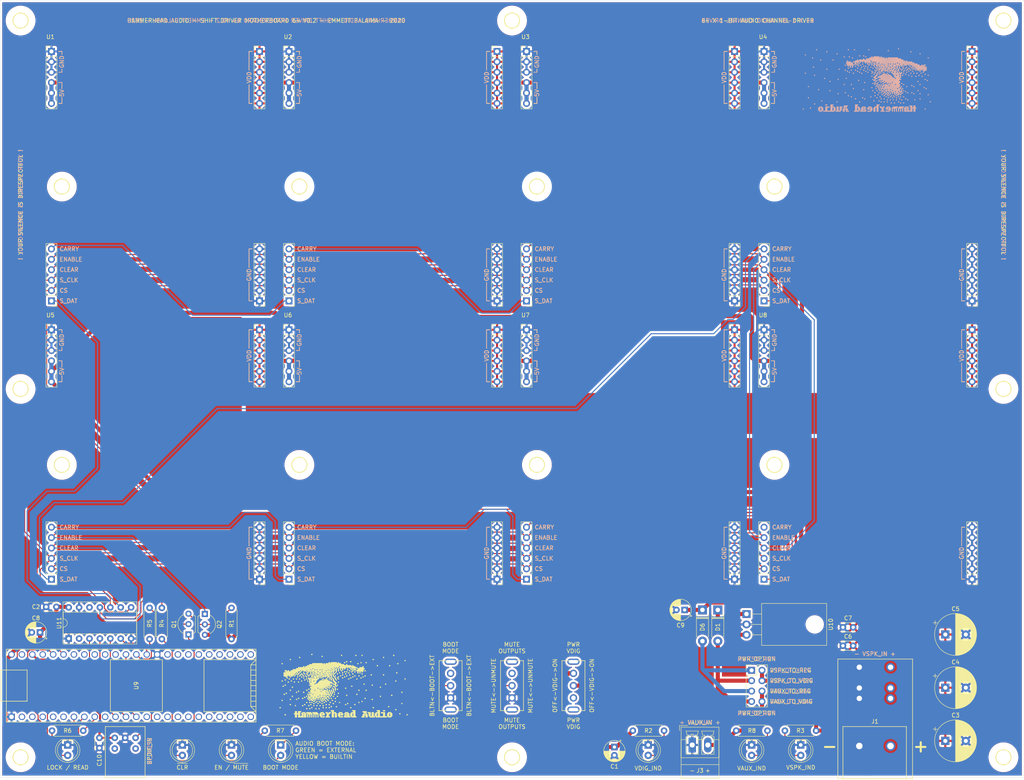
<source format=kicad_pcb>
(kicad_pcb (version 20171130) (host pcbnew "(5.1.2-1)-1")
  (layers (0 F.Cu signal) (31 B.Cu signal) (34 B.Paste user) (35 F.Paste user) (36 B.SilkS user) (37 F.SilkS user) (38 B.Mask user) (39 F.Mask user) (44 Edge.Cuts user))
  (net 0 "")
  (net 1 "Net-(U8-Pad9)")
  (net 2 "Net-(U9-Pad17)")
  (net 3 "Net-(U9-Pad18)")
  (net 4 "Net-(U9-Pad19)")
  (net 5 "Net-(U9-Pad20)")
  (net 6 "Net-(U9-Pad16)")
  (net 7 "Net-(U9-Pad14)")
  (net 8 "Net-(U9-Pad21)")
  (net 9 "Net-(U9-Pad22)")
  (net 10 "Net-(U9-Pad23)")
  (net 11 "Net-(U9-Pad24)")
  (net 12 "Net-(U9-Pad25)")
  (net 13 "Net-(U9-Pad26)")
  (net 14 "Net-(U9-Pad27)")
  (net 15 "Net-(U9-Pad28)")
  (net 16 "Net-(U9-Pad29)")
  (net 17 "Net-(U9-Pad30)")
  (net 18 "Net-(U9-Pad31)")
  (net 19 "Net-(U9-Pad32)")
  (net 20 "Net-(U9-Pad6)")
  (net 21 "Net-(U9-Pad5)")
  (net 22 "Net-(U9-Pad4)")
  (net 23 "Net-(U9-Pad3)")
  (net 24 "Net-(U9-Pad2)")
  (net 25 "Net-(U9-Pad33)")
  (net 26 "Net-(U9-Pad38)")
  (net 27 "Net-(U9-Pad39)")
  (net 28 "Net-(U9-Pad40)")
  (net 29 "Net-(U9-Pad41)")
  (net 30 "Net-(U9-Pad42)")
  (net 31 "Net-(U9-Pad45)")
  (net 32 "Net-(U9-Pad47)")
  (net 33 +5V)
  (net 34 GND)
  (net 35 VDD)
  (net 36 "Net-(C9-Pad1)")
  (net 37 VSPK_TO_5V)
  (net 38 "Net-(D1-Pad1)")
  (net 39 "Net-(D2-Pad2)")
  (net 40 "Net-(D3-Pad2)")
  (net 41 "Net-(D4-Pad2)")
  (net 42 "Net-(D5-Pad2)")
  (net 43 VSPK_TO_REG)
  (net 44 "Net-(D7-Pad2)")
  (net 45 "Net-(D8-Pad1)")
  (net 46 BOOT_IND1)
  (net 47 "Net-(Q1-Pad2)")
  (net 48 "Net-(Q1-Pad3)")
  (net 49 EN)
  (net 50 CLR)
  (net 51 EN_PIN)
  (net 52 LOCK_PIN)
  (net 53 BOOT_IND2)
  (net 54 "Net-(SW1-Pad3)")
  (net 55 "Net-(SW2-Pad1)")
  (net 56 "Net-(SW2-Pad2)")
  (net 57 "Net-(SW3-Pad1)")
  (net 58 "Net-(SW3-Pad2)")
  (net 59 D1)
  (net 60 D2)
  (net 61 CS)
  (net 62 S_CLK)
  (net 63 D3)
  (net 64 D4)
  (net 65 D5)
  (net 66 D6)
  (net 67 D7)
  (net 68 D8)
  (net 69 +3V3)
  (net 70 DAT_PIN)
  (net 71 CS_PIN)
  (net 72 CLR_PIN)
  (net 73 CLK_PIN)
  (net 74 SPDIF)
  (net 75 "Net-(U11-Pad2)")
  (net 76 "Net-(U11-Pad12)")
  (net 77 "Net-(J2-Pad6)")
  (net 78 "Net-(U9-Pad10)")
  (net 79 "Net-(D9-Pad2)")
  (net 80 "Net-(U9-Pad15)")
  (module HammerheadAudio:HH_LOGO_32x16 (layer F.Cu) (at 78 169.75)
    (fp_text reference HH_LOGO_32x16 hide)
    (fp_text value "" (at 0 0) (layer F.SilkS) (effects (font (size 1.27 1.27))))
  )
  (module HammerheadAudio:HH_LOGO_32x16 (layer F.Cu) (at 78 169.75)
    (fp_text reference HH_LOGO_32x16 hide)
    (fp_text value "" (at 0 0) (layer F.SilkS) (effects (font (size 1.27 1.27))))
  )
  (module HammerheadAudio:ScrewTerm+Phoenix_30A_7.62mm_1x2 (layer F.Cu) (at 219.8 173)
    (fp_text reference J1 (at 3.81 13.25) (layer F.SilkS))
    (fp_text value "- VSPK_IN +" (at 3.81 -3.25) (layer F.SilkS))
    (fp_text user - (at -7.25 19.25) (layer F.SilkS) (effects (font (size 3 3) (thickness 0.45))))
    (fp_text user + (at 15 19.25) (layer F.SilkS) (effects (font (size 3 3) (thickness 0.45))))
    (fp_text user - (at -7.25 19.25) (layer F.SilkS) (effects (font (size 3 3) (thickness 0.45))))
    (fp_text user + (at 15 19.25) (layer F.SilkS) (effects (font (size 3 3) (thickness 0.45))))
    (pad 2 thru_hole circle (at 7.62 19.25) (size 2.4 2.4) (drill 1.6) (layers *.Cu *.Mask) (net 35 VDD))
    (pad 1 thru_hole circle (at 0 19.25) (size 2.4 2.4) (drill 1.6) (layers *.Cu *.Mask) (net 34 GND))
    (pad 2 thru_hole circle (at 7.62 7.62) (size 2.1 2.1) (drill 1.3) (layers *.Cu *.Mask) (net 35 VDD))
    (pad 2 thru_hole circle (at 7.62 5.08) (size 2.1 2.1) (drill 1.3) (layers *.Cu *.Mask) (net 35 VDD))
    (pad 2 thru_hole circle (at 7.62 0) (size 2.1 2.1) (drill 1.3) (layers *.Cu *.Mask) (net 35 VDD))
    (pad 1 thru_hole circle (at 0 7.62) (size 2.1 2.1) (drill 1.3) (layers *.Cu *.Mask) (net 34 GND))
    (pad 1 thru_hole circle (at 0 5.08) (size 2.1 2.1) (drill 1.3) (layers *.Cu *.Mask) (net 34 GND))
    (pad 1 thru_hole circle (at 0 0) (size 2.1 2.1) (drill 1.3) (layers *.Cu *.Mask) (net 34 GND))
  )
  (module HammerheadAudio:HH_LOGO_32x16 (layer B.Cu) (at 237.5 21.75 180)
    (fp_text reference HH_LOGO_32x16 hide)
    (fp_text value "" (at 0 0) (layer B.SilkS) (effects (font (size 1.27 1.27)) (justify mirror)))
  )
  (module HammerheadAudio:M3_MOUNT (layer F.Cu) (at 15 195)
    (fp_text reference H3 hide)
    (fp_text value M3/#4-40 hide)
    (pad "" np_thru_hole circle (at 0 0) (size 3.302 3.302) (drill 3.302) (layers *.Cu *.Mask) (clearance 2))
  )
  (module HammerheadAudio:M3_MOUNT (layer F.Cu) (at 255 105)
    (fp_text reference H3 hide)
    (fp_text value M3/#4-40 hide)
    (pad "" np_thru_hole circle (at 0 0) (size 3.302 3.302) (drill 3.302) (layers *.Cu *.Mask) (clearance 2))
  )
  (module HammerheadAudio:M3_MOUNT (layer F.Cu) (at 255 195)
    (fp_text reference H3 hide)
    (fp_text value M3/#4-40 hide)
    (pad "" np_thru_hole circle (at 0 0) (size 3.302 3.302) (drill 3.302) (layers *.Cu *.Mask) (clearance 2))
  )
  (module HammerheadAudio:M3_MOUNT (layer F.Cu) (at 15 105)
    (fp_text reference H3 hide)
    (fp_text value M3/#4-40 hide)
    (pad "" np_thru_hole circle (at 0 0) (size 3.302 3.302) (drill 3.302) (layers *.Cu *.Mask) (clearance 2))
  )
  (module HammerheadAudio:M3_MOUNT (layer F.Cu) (at 135 15)
    (fp_text reference H3 hide)
    (fp_text value M3/#4-40 hide)
    (pad "" np_thru_hole circle (at 0 0) (size 3.302 3.302) (drill 3.302) (layers *.Cu *.Mask) (clearance 2))
  )
  (module HammerheadAudio:M3_MOUNT (layer F.Cu) (at 135 195)
    (fp_text reference H3 hide)
    (fp_text value M3/#4-40 hide)
    (pad "" np_thru_hole circle (at 0 0) (size 3.302 3.302) (drill 3.302) (layers *.Cu *.Mask) (clearance 2))
  )
  (module HammerheadAudio:M3_MOUNT (layer F.Cu) (at 255 15)
    (fp_text reference H3 hide)
    (fp_text value M3/#4-40 hide)
    (pad "" np_thru_hole circle (at 0 0) (size 3.302 3.302) (drill 3.302) (layers *.Cu *.Mask) (clearance 2))
  )
  (module HammerheadAudio:M3_MOUNT (layer F.Cu) (at 15 15)
    (fp_text reference H3 hide)
    (fp_text value M3/#4-40 hide)
    (pad "" np_thru_hole circle (at 0 0) (size 3.302 3.302) (drill 3.302) (layers *.Cu *.Mask) (clearance 2))
  )
  (module MeowWolf_Templates:TEENSY_3.5_3.6_MINIMAL (layer F.Cu) (at 42 177.5)
    (fp_text reference U9 (at 1.25 0 90) (layer F.SilkS))
    (fp_text value TEENSY_3.6_MINIMAL)
    (pad 17 thru_hole circle (at 11.43 7.62) (size 1.6 1.6) (drill 1.1) (layers *.Cu *.Mask) (net 2 "Net-(U9-Pad17)"))
    (pad 18 thru_hole circle (at 13.97 7.62) (size 1.6 1.6) (drill 1.1) (layers *.Cu *.Mask) (net 3 "Net-(U9-Pad18)"))
    (pad 19 thru_hole circle (at 16.51 7.62) (size 1.6 1.6) (drill 1.1) (layers *.Cu *.Mask) (net 4 "Net-(U9-Pad19)"))
    (pad 20 thru_hole circle (at 19.05 7.62) (size 1.6 1.6) (drill 1.1) (layers *.Cu *.Mask) (net 5 "Net-(U9-Pad20)"))
    (pad 16 thru_hole circle (at 8.89 7.62) (size 1.6 1.6) (drill 1.1) (layers *.Cu *.Mask) (net 6 "Net-(U9-Pad16)"))
    (pad 15 thru_hole circle (at 6.35 7.62) (size 1.6 1.6) (drill 1.1) (layers *.Cu *.Mask) (net 80 "Net-(U9-Pad15)"))
    (pad 14 thru_hole circle (at 3.81 7.62) (size 1.6 1.6) (drill 1.1) (layers *.Cu *.Mask) (net 7 "Net-(U9-Pad14)"))
    (pad 21 thru_hole circle (at 21.59 7.62) (size 1.6 1.6) (drill 1.1) (layers *.Cu *.Mask) (net 8 "Net-(U9-Pad21)"))
    (pad 22 thru_hole circle (at 24.13 7.62) (size 1.6 1.6) (drill 1.1) (layers *.Cu *.Mask) (net 9 "Net-(U9-Pad22)"))
    (pad 23 thru_hole circle (at 26.67 7.62) (size 1.6 1.6) (drill 1.1) (layers *.Cu *.Mask) (net 10 "Net-(U9-Pad23)"))
    (pad 24 thru_hole circle (at 29.21 7.62) (size 1.6 1.6) (drill 1.1) (layers *.Cu *.Mask) (net 11 "Net-(U9-Pad24)"))
    (pad 25 thru_hole circle (at 29.21 -7.62) (size 1.6 1.6) (drill 1.1) (layers *.Cu *.Mask) (net 12 "Net-(U9-Pad25)"))
    (pad 26 thru_hole circle (at 26.67 -7.62) (size 1.6 1.6) (drill 1.1) (layers *.Cu *.Mask) (net 13 "Net-(U9-Pad26)"))
    (pad 27 thru_hole circle (at 24.13 -7.62) (size 1.6 1.6) (drill 1.1) (layers *.Cu *.Mask) (net 14 "Net-(U9-Pad27)"))
    (pad 28 thru_hole circle (at 21.59 -7.62) (size 1.6 1.6) (drill 1.1) (layers *.Cu *.Mask) (net 15 "Net-(U9-Pad28)"))
    (pad 29 thru_hole circle (at 19.05 -7.62) (size 1.6 1.6) (drill 1.1) (layers *.Cu *.Mask) (net 16 "Net-(U9-Pad29)"))
    (pad 30 thru_hole circle (at 16.51 -7.62) (size 1.6 1.6) (drill 1.1) (layers *.Cu *.Mask) (net 17 "Net-(U9-Pad30)"))
    (pad 31 thru_hole circle (at 13.97 -7.62) (size 1.6 1.6) (drill 1.1) (layers *.Cu *.Mask) (net 18 "Net-(U9-Pad31)"))
    (pad 32 thru_hole circle (at 11.43 -7.62) (size 1.6 1.6) (drill 1.1) (layers *.Cu *.Mask) (net 19 "Net-(U9-Pad32)"))
    (pad 13 thru_hole circle (at 1.27 7.62) (size 1.6 1.6) (drill 1.1) (layers *.Cu *.Mask) (net 70 DAT_PIN))
    (pad 12 thru_hole circle (at -1.27 7.62) (size 1.6 1.6) (drill 1.1) (layers *.Cu *.Mask) (net 71 CS_PIN))
    (pad 11 thru_hole circle (at -3.81 7.62) (size 1.6 1.6) (drill 1.1) (layers *.Cu *.Mask) (net 72 CLR_PIN))
    (pad 10 thru_hole circle (at -6.35 7.62) (size 1.6 1.6) (drill 1.1) (layers *.Cu *.Mask) (net 78 "Net-(U9-Pad10)"))
    (pad 9 thru_hole circle (at -8.89 7.62) (size 1.6 1.6) (drill 1.1) (layers *.Cu *.Mask) (net 52 LOCK_PIN))
    (pad 8 thru_hole circle (at -11.43 7.62) (size 1.6 1.6) (drill 1.1) (layers *.Cu *.Mask) (net 46 BOOT_IND1))
    (pad 7 thru_hole circle (at -13.97 7.62) (size 1.6 1.6) (drill 1.1) (layers *.Cu *.Mask) (net 53 BOOT_IND2))
    (pad 6 thru_hole circle (at -16.51 7.62) (size 1.6 1.6) (drill 1.1) (layers *.Cu *.Mask) (net 20 "Net-(U9-Pad6)"))
    (pad 5 thru_hole circle (at -19.05 7.62) (size 1.6 1.6) (drill 1.1) (layers *.Cu *.Mask) (net 21 "Net-(U9-Pad5)"))
    (pad 4 thru_hole circle (at -21.59 7.62) (size 1.6 1.6) (drill 1.1) (layers *.Cu *.Mask) (net 22 "Net-(U9-Pad4)"))
    (pad 3 thru_hole circle (at -24.13 7.62) (size 1.6 1.6) (drill 1.1) (layers *.Cu *.Mask) (net 23 "Net-(U9-Pad3)"))
    (pad 2 thru_hole circle (at -26.67 7.62) (size 1.6 1.6) (drill 1.1) (layers *.Cu *.Mask) (net 24 "Net-(U9-Pad2)"))
    (pad 1 thru_hole rect (at -29.21 7.62) (size 1.6 1.6) (drill 1.1) (layers *.Cu *.Mask) (net 34 GND))
    (pad 33 thru_hole circle (at 8.89 -7.62) (size 1.6 1.6) (drill 1.1) (layers *.Cu *.Mask) (net 25 "Net-(U9-Pad33)"))
    (pad 34 thru_hole circle (at 6.35 -7.62) (size 1.6 1.6) (drill 1.1) (layers *.Cu *.Mask) (net 34 GND))
    (pad 35 thru_hole circle (at 3.81 -7.62) (size 1.6 1.6) (drill 1.1) (layers *.Cu *.Mask) (net 73 CLK_PIN))
    (pad 36 thru_hole circle (at 1.27 -7.62) (size 1.6 1.6) (drill 1.1) (layers *.Cu *.Mask) (net 51 EN_PIN))
    (pad 37 thru_hole circle (at -1.27 -7.62) (size 1.6 1.6) (drill 1.1) (layers *.Cu *.Mask) (net 74 SPDIF))
    (pad 38 thru_hole circle (at -3.81 -7.62) (size 1.6 1.6) (drill 1.1) (layers *.Cu *.Mask) (net 26 "Net-(U9-Pad38)"))
    (pad 39 thru_hole circle (at -6.35 -7.62) (size 1.6 1.6) (drill 1.1) (layers *.Cu *.Mask) (net 27 "Net-(U9-Pad39)"))
    (pad 40 thru_hole circle (at -8.89 -7.62) (size 1.6 1.6) (drill 1.1) (layers *.Cu *.Mask) (net 28 "Net-(U9-Pad40)"))
    (pad 41 thru_hole circle (at -11.43 -7.62) (size 1.6 1.6) (drill 1.1) (layers *.Cu *.Mask) (net 29 "Net-(U9-Pad41)"))
    (pad 42 thru_hole circle (at -13.97 -7.62) (size 1.6 1.6) (drill 1.1) (layers *.Cu *.Mask) (net 30 "Net-(U9-Pad42)"))
    (pad 43 thru_hole circle (at -16.51 -7.62) (size 1.6 1.6) (drill 1.1) (layers *.Cu *.Mask) (net 58 "Net-(SW3-Pad2)"))
    (pad 44 thru_hole circle (at -19.05 -7.62) (size 1.6 1.6) (drill 1.1) (layers *.Cu *.Mask) (net 56 "Net-(SW2-Pad2)"))
    (pad 45 thru_hole circle (at -21.59 -7.62) (size 1.6 1.6) (drill 1.1) (layers *.Cu *.Mask) (net 31 "Net-(U9-Pad45)"))
    (pad 46 thru_hole circle (at -24.13 -7.62) (size 1.6 1.6) (drill 1.1) (layers *.Cu *.Mask) (net 69 +3V3))
    (pad 47 thru_hole circle (at -26.67 -7.62) (size 1.6 1.6) (drill 1.1) (layers *.Cu *.Mask) (net 32 "Net-(U9-Pad47)"))
    (pad 48 thru_hole circle (at -29.21 -7.62) (size 1.6 1.6) (drill 1.1) (layers *.Cu *.Mask) (net 33 +5V))
  )
  (module Package_DIP:DIP-14_W7.62mm_Socket (layer F.Cu) (at 26.75 166 90)
    (fp_text reference U11 (at 3.81 -2.33 90) (layer F.SilkS))
    (fp_text value CD74HC243)
    (pad 1 thru_hole rect (at 0 0 90) (size 1.6 1.6) (drill 0.8) (layers *.Cu *.Mask) (net 34 GND))
    (pad 8 thru_hole oval (at 7.62 15.24 90) (size 1.6 1.6) (drill 0.8) (layers *.Cu *.Mask) (net 62 S_CLK))
    (pad 2 thru_hole oval (at 0 2.54 90) (size 1.6 1.6) (drill 0.8) (layers *.Cu *.Mask) (net 75 "Net-(U11-Pad2)"))
    (pad 9 thru_hole oval (at 7.62 12.7 90) (size 1.6 1.6) (drill 0.8) (layers *.Cu *.Mask) (net 59 D1))
    (pad 3 thru_hole oval (at 0 5.08 90) (size 1.6 1.6) (drill 0.8) (layers *.Cu *.Mask) (net 72 CLR_PIN))
    (pad 10 thru_hole oval (at 7.62 10.16 90) (size 1.6 1.6) (drill 0.8) (layers *.Cu *.Mask) (net 61 CS))
    (pad 4 thru_hole oval (at 0 7.62 90) (size 1.6 1.6) (drill 0.8) (layers *.Cu *.Mask) (net 71 CS_PIN))
    (pad 11 thru_hole oval (at 7.62 7.62 90) (size 1.6 1.6) (drill 0.8) (layers *.Cu *.Mask) (net 50 CLR))
    (pad 5 thru_hole oval (at 0 10.16 90) (size 1.6 1.6) (drill 0.8) (layers *.Cu *.Mask) (net 70 DAT_PIN))
    (pad 12 thru_hole oval (at 7.62 5.08 90) (size 1.6 1.6) (drill 0.8) (layers *.Cu *.Mask) (net 76 "Net-(U11-Pad12)"))
    (pad 6 thru_hole oval (at 0 12.7 90) (size 1.6 1.6) (drill 0.8) (layers *.Cu *.Mask) (net 73 CLK_PIN))
    (pad 13 thru_hole oval (at 7.62 2.54 90) (size 1.6 1.6) (drill 0.8) (layers *.Cu *.Mask) (net 34 GND))
    (pad 7 thru_hole oval (at 0 15.24 90) (size 1.6 1.6) (drill 0.8) (layers *.Cu *.Mask) (net 34 GND))
    (pad 14 thru_hole oval (at 7.62 0 90) (size 1.6 1.6) (drill 0.8) (layers *.Cu *.Mask) (net 33 +5V))
  )
  (module HammerheadAudio:EAPLRAA4 (layer F.Cu) (at 38 190.25)
    (fp_text reference U12 hide)
    (fp_text value EAPLRAA4)
    (pad 3 thru_hole circle (at 0 0) (size 1.6 1.6) (drill 0.8) (layers *.Cu *.Mask) (net 69 +3V3))
    (pad 2 thru_hole circle (at 2.54 0) (size 1.6 1.6) (drill 0.8) (layers *.Cu *.Mask) (net 34 GND))
    (pad 1 thru_hole circle (at 5.08 0) (size 1.6 1.6) (drill 0.8) (layers *.Cu *.Mask) (net 74 SPDIF))
    (pad "" thru_hole circle (at 0 2.625) (size 1.6 1.6) (drill 0.8) (layers *.Cu *.Mask))
    (pad "" thru_hole circle (at 5.08 2.625) (size 1.6 1.6) (drill 0.8) (layers *.Cu *.Mask))
  )
  (module Capacitor_THT:CP_Radial_D5.0mm_P2.00mm (layer F.Cu) (at 160 192.5 270)
    (fp_text reference C1 (at 4.75 0 180) (layer F.SilkS))
    (fp_text value 10uf)
    (pad 1 thru_hole rect (at 0 0 270) (size 1.6 1.6) (drill 0.8) (layers *.Cu *.Mask) (net 33 +5V))
    (pad 2 thru_hole circle (at 2 0 270) (size 1.6 1.6) (drill 0.8) (layers *.Cu *.Mask) (net 34 GND))
  )
  (module Capacitor_THT:C_Disc_D3.0mm_W2.0mm_P2.50mm (layer F.Cu) (at 21.25 158.25)
    (fp_text reference C2 (at -2.5 0) (layer F.SilkS))
    (fp_text value 0.1uf)
    (pad 1 thru_hole circle (at 0 0) (size 1.6 1.6) (drill 0.8) (layers *.Cu *.Mask) (net 34 GND))
    (pad 2 thru_hole circle (at 2.5 0) (size 1.6 1.6) (drill 0.8) (layers *.Cu *.Mask) (net 33 +5V))
  )
  (module Capacitor_THT:C_Disc_D3.0mm_W2.0mm_P2.50mm (layer F.Cu) (at 215.8 163.25)
    (fp_text reference C7 (at 1.25 -2.25) (layer F.SilkS))
    (fp_text value 0.1uf)
    (pad 2 thru_hole circle (at 2.5 0) (size 1.6 1.6) (drill 0.8) (layers *.Cu *.Mask) (net 35 VDD))
    (pad 1 thru_hole circle (at 0 0) (size 1.6 1.6) (drill 0.8) (layers *.Cu *.Mask) (net 34 GND))
  )
  (module Capacitor_THT:CP_Radial_D5.0mm_P2.00mm (layer F.Cu) (at 177.15 159 180)
    (fp_text reference C9 (at 1 -3.75) (layer F.SilkS))
    (fp_text value 10uf)
    (pad 2 thru_hole circle (at 2 0 180) (size 1.6 1.6) (drill 0.8) (layers *.Cu *.Mask) (net 34 GND))
    (pad 1 thru_hole rect (at 0 0 180) (size 1.6 1.6) (drill 0.8) (layers *.Cu *.Mask) (net 36 "Net-(C9-Pad1)"))
  )
  (module Diode_THT:D_DO-41_SOD81_P7.62mm_Horizontal (layer F.Cu) (at 185.25 159 270)
    (fp_text reference D1 (at 4.2 0 90) (layer F.SilkS))
    (fp_text value 1N4001)
    (pad 2 thru_hole oval (at 7.62 0 270) (size 2.2 2.2) (drill 1.1) (layers *.Cu *.Mask) (net 37 VSPK_TO_5V))
    (pad 1 thru_hole rect (at 0 0 270) (size 2.2 2.2) (drill 1.1) (layers *.Cu *.Mask) (net 38 "Net-(D1-Pad1)"))
  )
  (module LED_THT:LED_D5.0mm (layer F.Cu) (at 168.25 192 270)
    (fp_text reference D2 hide)
    (fp_text value TEENSY_PWR_IND)
    (pad 1 thru_hole rect (at 0 0 270) (size 1.8 1.8) (drill 0.9) (layers *.Cu *.Mask) (net 34 GND))
    (pad 2 thru_hole circle (at 2.54 0 270) (size 1.8 1.8) (drill 0.9) (layers *.Cu *.Mask) (net 39 "Net-(D2-Pad2)"))
  )
  (module LED_THT:LED_D5.0mm (layer F.Cu) (at 205.5 192 270)
    (fp_text reference D3 hide)
    (fp_text value VDD_IND)
    (pad 1 thru_hole rect (at 0 0 270) (size 1.8 1.8) (drill 0.9) (layers *.Cu *.Mask) (net 34 GND))
    (pad 2 thru_hole circle (at 2.54 0 270) (size 1.8 1.8) (drill 0.9) (layers *.Cu *.Mask) (net 40 "Net-(D3-Pad2)"))
  )
  (module LED_THT:LED_D5.0mm (layer F.Cu) (at 54.5 192 270)
    (fp_text reference D4 hide)
    (fp_text value CLR_LED)
    (pad 2 thru_hole circle (at 2.54 0 270) (size 1.8 1.8) (drill 0.9) (layers *.Cu *.Mask) (net 41 "Net-(D4-Pad2)"))
    (pad 1 thru_hole rect (at 0 0 270) (size 1.8 1.8) (drill 0.9) (layers *.Cu *.Mask) (net 34 GND))
  )
  (module LED_THT:LED_D5.0mm (layer F.Cu) (at 66.5 192 270)
    (fp_text reference D5 hide)
    (fp_text value EN_LED)
    (pad 2 thru_hole circle (at 2.54 0 270) (size 1.8 1.8) (drill 0.9) (layers *.Cu *.Mask) (net 42 "Net-(D5-Pad2)"))
    (pad 1 thru_hole rect (at 0 0 270) (size 1.8 1.8) (drill 0.9) (layers *.Cu *.Mask) (net 34 GND))
  )
  (module Diode_THT:D_DO-41_SOD81_P7.62mm_Horizontal (layer F.Cu) (at 181.5 159 270)
    (fp_text reference D6 (at 4.2 0 90) (layer F.SilkS))
    (fp_text value 1N4001)
    (pad 1 thru_hole rect (at 0 0 270) (size 2.2 2.2) (drill 1.1) (layers *.Cu *.Mask) (net 36 "Net-(C9-Pad1)"))
    (pad 2 thru_hole oval (at 7.62 0 270) (size 2.2 2.2) (drill 1.1) (layers *.Cu *.Mask) (net 43 VSPK_TO_REG))
  )
  (module LED_THT:LED_D5.0mm (layer F.Cu) (at 26.5 192 270)
    (fp_text reference D7 hide)
    (fp_text value LOCK_IND)
    (pad 2 thru_hole circle (at 2.54 0 270) (size 1.8 1.8) (drill 0.9) (layers *.Cu *.Mask) (net 44 "Net-(D7-Pad2)"))
    (pad 1 thru_hole rect (at 0 0 270) (size 1.8 1.8) (drill 0.9) (layers *.Cu *.Mask) (net 34 GND))
  )
  (module LED_THT:LED_D5.0mm (layer F.Cu) (at 78.5 192 270)
    (fp_text reference D8 hide)
    (fp_text value BOOT_IND)
    (pad 1 thru_hole rect (at 0 0 270) (size 1.8 1.8) (drill 0.9) (layers *.Cu *.Mask) (net 45 "Net-(D8-Pad1)"))
    (pad 2 thru_hole circle (at 2.54 0 270) (size 1.8 1.8) (drill 0.9) (layers *.Cu *.Mask) (net 53 BOOT_IND2))
  )
  (module Connector_PinHeader_2.54mm:PinHeader_2x04_P2.54mm_Vertical (layer F.Cu) (at 193.5 173.75)
    (fp_text reference J2 hide)
    (fp_text value "PWR OPTION HEADER")
    (pad 1 thru_hole rect (at 0 0) (size 1.7 1.7) (drill 1) (layers *.Cu *.Mask) (net 43 VSPK_TO_REG))
    (pad 2 thru_hole oval (at 2.54 0) (size 1.7 1.7) (drill 1) (layers *.Cu *.Mask) (net 35 VDD))
    (pad 3 thru_hole oval (at 0 2.54) (size 1.7 1.7) (drill 1) (layers *.Cu *.Mask) (net 37 VSPK_TO_5V))
    (pad 4 thru_hole oval (at 2.54 2.54) (size 1.7 1.7) (drill 1) (layers *.Cu *.Mask) (net 35 VDD))
    (pad 5 thru_hole oval (at 0 5.08) (size 1.7 1.7) (drill 1) (layers *.Cu *.Mask) (net 43 VSPK_TO_REG))
    (pad 6 thru_hole oval (at 2.54 5.08) (size 1.7 1.7) (drill 1) (layers *.Cu *.Mask) (net 77 "Net-(J2-Pad6)"))
    (pad 7 thru_hole oval (at 0 7.62) (size 1.7 1.7) (drill 1) (layers *.Cu *.Mask) (net 37 VSPK_TO_5V))
    (pad 8 thru_hole oval (at 2.54 7.62) (size 1.7 1.7) (drill 1) (layers *.Cu *.Mask) (net 77 "Net-(J2-Pad6)"))
  )
  (module HammerheadAudio:Phoenix_Stacked (layer F.Cu) (at 179 192)
    (fp_text reference J3 (at 1.9 6.25) (layer F.SilkS))
    (fp_text value V_TNSY_IN)
    (pad 1 thru_hole roundrect (at 0 0) (size 1.8 3.6) (drill 1.2) (layers *.Cu *.Mask) (roundrect_rratio 0.138889) (net 34 GND))
    (pad 2 thru_hole oval (at 3.81 0) (size 1.8 3.6) (drill 1.2) (layers *.Cu *.Mask) (net 77 "Net-(J2-Pad6)"))
    (pad 2 thru_hole oval (at 3.81 0) (size 1.8 3.6) (drill 1.2) (layers *.Cu *.Mask) (net 77 "Net-(J2-Pad6)"))
    (pad 1 thru_hole roundrect (at 0 0) (size 1.8 3.6) (drill 1.2) (layers *.Cu *.Mask) (roundrect_rratio 0.138889) (net 34 GND))
  )
  (module Package_TO_SOT_THT:TO-92L_Inline_Wide (layer F.Cu) (at 56 165 90)
    (fp_text reference Q1 (at 2.54 -3.56 90) (layer F.SilkS))
    (fp_text value Q_NPN_EBC)
    (pad 2 thru_hole circle (at 2.54 0 180) (size 1.5 1.5) (drill 0.8) (layers *.Cu *.Mask) (net 47 "Net-(Q1-Pad2)"))
    (pad 3 thru_hole circle (at 5.08 0 180) (size 1.5 1.5) (drill 0.8) (layers *.Cu *.Mask) (net 48 "Net-(Q1-Pad3)"))
    (pad 1 thru_hole rect (at 0 0 180) (size 1.5 1.5) (drill 0.8) (layers *.Cu *.Mask) (net 42 "Net-(D5-Pad2)"))
  )
  (module Package_TO_SOT_THT:TO-92L_Inline_Wide (layer F.Cu) (at 60 160 270)
    (fp_text reference Q2 (at 2.54 -3.56 90) (layer F.SilkS))
    (fp_text value Q_NPN_EBC)
    (pad 1 thru_hole rect (at 0 0) (size 1.5 1.5) (drill 0.8) (layers *.Cu *.Mask) (net 49 EN))
    (pad 3 thru_hole circle (at 5.08 0) (size 1.5 1.5) (drill 0.8) (layers *.Cu *.Mask) (net 33 +5V))
    (pad 2 thru_hole circle (at 2.54 0) (size 1.5 1.5) (drill 0.8) (layers *.Cu *.Mask) (net 48 "Net-(Q1-Pad3)"))
  )
  (module HammerheadAudio:R_THT_P7.62 (layer F.Cu) (at 66.5 158.5 270)
    (fp_text reference R1 (at 3.81 0 90) (layer F.SilkS))
    (fp_text value 1k)
    (pad 1 thru_hole circle (at 0 0 270) (size 1.6 1.6) (drill 0.8) (layers *.Cu *.Mask) (net 48 "Net-(Q1-Pad3)"))
    (pad 2 thru_hole oval (at 7.62 0 270) (size 1.6 1.6) (drill 0.8) (layers *.Cu *.Mask) (net 33 +5V))
  )
  (module HammerheadAudio:R_THT_P7.62 (layer F.Cu) (at 164.5 188.5)
    (fp_text reference R2 (at 3.81 0) (layer F.SilkS))
    (fp_text value 220)
    (pad 1 thru_hole circle (at 0 0) (size 1.6 1.6) (drill 0.8) (layers *.Cu *.Mask) (net 33 +5V))
    (pad 2 thru_hole oval (at 7.62 0) (size 1.6 1.6) (drill 0.8) (layers *.Cu *.Mask) (net 39 "Net-(D2-Pad2)"))
  )
  (module HammerheadAudio:R_THT_P7.62 (layer F.Cu) (at 209.25 188.5 180)
    (fp_text reference R3 (at 3.81 0) (layer F.SilkS))
    (fp_text value 220)
    (pad 1 thru_hole circle (at 0 0 180) (size 1.6 1.6) (drill 0.8) (layers *.Cu *.Mask) (net 35 VDD))
    (pad 2 thru_hole oval (at 7.62 0 180) (size 1.6 1.6) (drill 0.8) (layers *.Cu *.Mask) (net 40 "Net-(D3-Pad2)"))
  )
  (module HammerheadAudio:R_THT_P7.62 (layer F.Cu) (at 49.5 158.5 270)
    (fp_text reference R4 (at 3.81 0 90) (layer F.SilkS))
    (fp_text value 1k)
    (pad 2 thru_hole oval (at 7.62 0 270) (size 1.6 1.6) (drill 0.8) (layers *.Cu *.Mask) (net 41 "Net-(D4-Pad2)"))
    (pad 1 thru_hole circle (at 0 0 270) (size 1.6 1.6) (drill 0.8) (layers *.Cu *.Mask) (net 50 CLR))
  )
  (module HammerheadAudio:R_THT_P7.62 (layer F.Cu) (at 46.5 158.5 270)
    (fp_text reference R5 (at 3.81 0 90) (layer F.SilkS))
    (fp_text value 10k)
    (pad 1 thru_hole circle (at 0 0 270) (size 1.6 1.6) (drill 0.8) (layers *.Cu *.Mask) (net 47 "Net-(Q1-Pad2)"))
    (pad 2 thru_hole oval (at 7.62 0 270) (size 1.6 1.6) (drill 0.8) (layers *.Cu *.Mask) (net 51 EN_PIN))
  )
  (module HammerheadAudio:R_THT_P7.62 (layer F.Cu) (at 30.3 188.5 180)
    (fp_text reference R6 (at 3.81 0) (layer F.SilkS))
    (fp_text value 1k)
    (pad 2 thru_hole oval (at 7.62 0 180) (size 1.6 1.6) (drill 0.8) (layers *.Cu *.Mask) (net 44 "Net-(D7-Pad2)"))
    (pad 1 thru_hole circle (at 0 0 180) (size 1.6 1.6) (drill 0.8) (layers *.Cu *.Mask) (net 52 LOCK_PIN))
  )
  (module HammerheadAudio:R_THT_P7.62 (layer F.Cu) (at 82.25 188.5 180)
    (fp_text reference R7 (at 3.81 0) (layer F.SilkS))
    (fp_text value 1k)
    (pad 2 thru_hole oval (at 7.62 0 180) (size 1.6 1.6) (drill 0.8) (layers *.Cu *.Mask) (net 46 BOOT_IND1))
    (pad 1 thru_hole circle (at 0 0 180) (size 1.6 1.6) (drill 0.8) (layers *.Cu *.Mask) (net 45 "Net-(D8-Pad1)"))
  )
  (module HammerheadAudio:Tayda_Slide_SPDT (layer F.Cu) (at 150 177.5 270)
    (fp_text reference SW1 hide)
    (fp_text value TEENSY_PWR)
    (pad "" thru_hole oval (at -5.85 0 270) (size 1.5 3) (drill oval 0.8 2.3) (layers *.Cu *.Mask))
    (pad "" thru_hole oval (at 5.85 0 270) (size 1.5 3) (drill oval 0.8 2.3) (layers *.Cu *.Mask))
    (pad 3 thru_hole circle (at 3 0 270) (size 1.8 1.8) (drill 1.1) (layers *.Cu *.Mask) (net 54 "Net-(SW1-Pad3)"))
    (pad 2 thru_hole circle (at 0 0 270) (size 1.8 1.8) (drill 1.1) (layers *.Cu *.Mask) (net 38 "Net-(D1-Pad1)"))
    (pad 1 thru_hole circle (at -3 0 270) (size 1.8 1.8) (drill 1.1) (layers *.Cu *.Mask) (net 33 +5V))
  )
  (module HammerheadAudio:Tayda_Slide_SPDT (layer F.Cu) (at 120 177.5 270)
    (fp_text reference SW2 hide)
    (fp_text value BOOT_MODE)
    (pad 1 thru_hole circle (at -3 0 270) (size 1.8 1.8) (drill 1.1) (layers *.Cu *.Mask) (net 55 "Net-(SW2-Pad1)"))
    (pad 2 thru_hole circle (at 0 0 270) (size 1.8 1.8) (drill 1.1) (layers *.Cu *.Mask) (net 56 "Net-(SW2-Pad2)"))
    (pad 3 thru_hole circle (at 3 0 270) (size 1.8 1.8) (drill 1.1) (layers *.Cu *.Mask) (net 34 GND))
    (pad "" thru_hole oval (at 5.85 0 270) (size 1.5 3) (drill oval 0.8 2.3) (layers *.Cu *.Mask))
    (pad "" thru_hole oval (at -5.85 0 270) (size 1.5 3) (drill oval 0.8 2.3) (layers *.Cu *.Mask))
  )
  (module HammerheadAudio:Tayda_Slide_SPDT (layer F.Cu) (at 135 177.5 270)
    (fp_text reference SW3 hide)
    (fp_text value MUTE_SW)
    (pad 1 thru_hole circle (at -3 0 270) (size 1.8 1.8) (drill 1.1) (layers *.Cu *.Mask) (net 57 "Net-(SW3-Pad1)"))
    (pad 2 thru_hole circle (at 0 0 270) (size 1.8 1.8) (drill 1.1) (layers *.Cu *.Mask) (net 58 "Net-(SW3-Pad2)"))
    (pad 3 thru_hole circle (at 3 0 270) (size 1.8 1.8) (drill 1.1) (layers *.Cu *.Mask) (net 34 GND))
    (pad "" thru_hole oval (at 5.85 0 270) (size 1.5 3) (drill oval 0.8 2.3) (layers *.Cu *.Mask))
    (pad "" thru_hole oval (at -5.85 0 270) (size 1.5 3) (drill oval 0.8 2.3) (layers *.Cu *.Mask))
  )
  (module Package_TO_SOT_THT:TO-220-3_Horizontal_TabDown (layer F.Cu) (at 192.25 160 270)
    (fp_text reference U10 (at 2.54 -20.58 90) (layer F.SilkS))
    (fp_text value LM7805_TO220)
    (pad "" np_thru_hole oval (at 2.54 -16.66 270) (size 3.5 3.5) (drill 3.5) (layers *.Cu *.Mask))
    (pad 1 thru_hole rect (at 0 0 270) (size 1.905 2) (drill 1.1) (layers *.Cu *.Mask) (net 36 "Net-(C9-Pad1)"))
    (pad 2 thru_hole oval (at 2.54 0 270) (size 1.905 2) (drill 1.1) (layers *.Cu *.Mask) (net 34 GND))
    (pad 3 thru_hole oval (at 5.08 0 270) (size 1.905 2) (drill 1.1) (layers *.Cu *.Mask) (net 38 "Net-(D1-Pad1)"))
  )
  (module Capacitor_THT:C_Disc_D3.0mm_W2.0mm_P2.50mm (layer F.Cu) (at 215.8 167.75)
    (fp_text reference C6 (at 1.25 -2.25) (layer F.SilkS))
    (fp_text value 0.1uf)
    (pad 1 thru_hole circle (at 0 0) (size 1.6 1.6) (drill 0.8) (layers *.Cu *.Mask) (net 34 GND))
    (pad 2 thru_hole circle (at 2.5 0) (size 1.6 1.6) (drill 0.8) (layers *.Cu *.Mask) (net 35 VDD))
  )
  (module Capacitor_THT:CP_Radial_D10.0mm_P5.00mm (layer F.Cu) (at 240.8 165)
    (fp_text reference C5 (at 2.5 -6.25) (layer F.SilkS))
    (fp_text value 470uf)
    (pad 2 thru_hole circle (at 5 0) (size 2 2) (drill 1) (layers *.Cu *.Mask) (net 34 GND))
    (pad 1 thru_hole rect (at 0 0) (size 2 2) (drill 1) (layers *.Cu *.Mask) (net 35 VDD))
  )
  (module Capacitor_THT:CP_Radial_D10.0mm_P5.00mm (layer F.Cu) (at 240.8 191)
    (fp_text reference C3 (at 2.5 -6.25) (layer F.SilkS))
    (fp_text value 470uf)
    (pad 2 thru_hole circle (at 5 0) (size 2 2) (drill 1) (layers *.Cu *.Mask) (net 34 GND))
    (pad 1 thru_hole rect (at 0 0) (size 2 2) (drill 1) (layers *.Cu *.Mask) (net 35 VDD))
  )
  (module Capacitor_THT:CP_Radial_D10.0mm_P5.00mm (layer F.Cu) (at 240.8 178)
    (fp_text reference C4 (at 2.5 -6.25) (layer F.SilkS))
    (fp_text value 470uf)
    (pad 1 thru_hole rect (at 0 0) (size 2 2) (drill 1) (layers *.Cu *.Mask) (net 35 VDD))
    (pad 2 thru_hole circle (at 5 0) (size 2 2) (drill 1) (layers *.Cu *.Mask) (net 34 GND))
  )
  (module LED_THT:LED_D5.0mm (layer F.Cu) (at 193.5 192 270)
    (fp_text reference D9 hide)
    (fp_text value VDIG)
    (pad 1 thru_hole rect (at 0 0 270) (size 1.8 1.8) (drill 0.9) (layers *.Cu *.Mask) (net 34 GND))
    (pad 2 thru_hole circle (at 2.54 0 270) (size 1.8 1.8) (drill 0.9) (layers *.Cu *.Mask) (net 79 "Net-(D9-Pad2)"))
  )
  (module HammerheadAudio:R_THT_P7.62 (layer F.Cu) (at 189.75 188.5)
    (fp_text reference R8 (at 3.81 0) (layer F.SilkS))
    (fp_text value 220)
    (pad 1 thru_hole circle (at 0 0) (size 1.6 1.6) (drill 0.8) (layers *.Cu *.Mask) (net 77 "Net-(J2-Pad6)"))
    (pad 2 thru_hole oval (at 7.62 0) (size 1.6 1.6) (drill 0.8) (layers *.Cu *.Mask) (net 79 "Net-(D9-Pad2)"))
  )
  (module Capacitor_THT:CP_Radial_D5.0mm_P2.00mm (layer F.Cu) (at 19.75 164.5 180)
    (fp_text reference C8 (at 1 3.5) (layer F.SilkS))
    (fp_text value 10uf)
    (pad 1 thru_hole rect (at 0 0 180) (size 1.6 1.6) (drill 0.8) (layers *.Cu *.Mask) (net 33 +5V))
    (pad 2 thru_hole circle (at 2 0 180) (size 1.6 1.6) (drill 0.8) (layers *.Cu *.Mask) (net 34 GND))
  )
  (module Capacitor_THT:C_Disc_D3.0mm_W2.0mm_P2.50mm (layer F.Cu) (at 34.25 192.75 90)
    (fp_text reference C10 (at -3 0 90) (layer F.SilkS))
    (fp_text value 0.1uf)
    (pad 1 thru_hole circle (at 0 0 90) (size 1.6 1.6) (drill 0.8) (layers *.Cu *.Mask) (net 34 GND))
    (pad 2 thru_hole circle (at 2.5 0 90) (size 1.6 1.6) (drill 0.8) (layers *.Cu *.Mask) (net 69 +3V3))
  )
  (module HammerheadAudio:ShiftDriverV0.1 (layer F.Cu) (at 20 20)
    (fp_text reference U1 (at 2.286 -1.016) (layer F.SilkS))
    (fp_text value ShiftDriver)
    (fp_text user GND (at 50.8 57.15 90) (layer B.SilkS))
    (fp_text user VDD (at 50.8 8.89 90) (layer B.SilkS))
    (fp_text user 5V (at 5.08 12.7 90) (layer B.SilkS))
    (fp_text user GND (at 5.08 5.08 90) (layer B.SilkS))
    (fp_text user S_DAT (at 4.445 63.5) (layer B.SilkS) (effects (justify left)))
    (fp_text user CS (at 4.445 60.96) (layer B.SilkS) (effects (justify left)))
    (fp_text user S_CLK (at 4.445 58.42) (layer B.SilkS) (effects (justify left)))
    (fp_text user CLEAR (at 4.445 55.88) (layer B.SilkS) (effects (justify left)))
    (fp_text user ENABLE (at 4.445 53.34) (layer B.SilkS) (effects (justify left)))
    (fp_text user CARRY (at 4.445 50.8) (layer B.SilkS) (effects (justify left)))
    (fp_text user VDD (at 50.8 8.89 90) (layer F.SilkS))
    (fp_text user GND (at 50.8 57.15 90) (layer F.SilkS))
    (fp_text user GND (at 5.08 5.08 90) (layer F.SilkS))
    (fp_text user 5V (at 5.08 12.7 90) (layer F.SilkS))
    (fp_text user S_DAT (at 4.445 63.5) (layer F.SilkS) (effects (justify left)))
    (fp_text user CS (at 4.445 60.96) (layer F.SilkS) (effects (justify left)))
    (fp_text user CLEAR (at 4.445 55.88) (layer F.SilkS) (effects (justify left)))
    (fp_text user S_CLK (at 4.445 58.42) (layer F.SilkS) (effects (justify left)))
    (fp_text user ENABLE (at 4.445 53.34) (layer F.SilkS) (effects (justify left)))
    (fp_text user CARRY (at 4.445 50.8) (layer F.SilkS) (effects (justify left)))
    (pad "" np_thru_hole circle (at 5.08 35.56) (size 3.302 3.302) (drill 3.302) (layers *.Cu *.Mask) (clearance 2))
    (pad 1 thru_hole rect (at 53.34 2.54) (size 1.7 1.7) (drill 1) (layers *.Cu *.Mask) (net 35 VDD))
    (pad 3 thru_hole oval (at 53.34 58.42 180) (size 1.7 1.7) (drill 1) (layers *.Cu *.Mask) (net 34 GND))
    (pad 1 thru_hole oval (at 53.34 10.16) (size 1.7 1.7) (drill 1) (layers *.Cu *.Mask) (net 35 VDD))
    (pad 1 thru_hole oval (at 53.34 15.24) (size 1.7 1.7) (drill 1) (layers *.Cu *.Mask) (net 35 VDD))
    (pad 1 thru_hole oval (at 53.34 12.7) (size 1.7 1.7) (drill 1) (layers *.Cu *.Mask) (net 35 VDD))
    (pad 3 thru_hole oval (at 53.34 60.96 180) (size 1.7 1.7) (drill 1) (layers *.Cu *.Mask) (net 34 GND))
    (pad 3 thru_hole rect (at 53.34 63.5 180) (size 1.7 1.7) (drill 1) (layers *.Cu *.Mask) (net 34 GND))
    (pad 3 thru_hole oval (at 53.34 55.88 180) (size 1.7 1.7) (drill 1) (layers *.Cu *.Mask) (net 34 GND))
    (pad 3 thru_hole oval (at 53.34 50.8 180) (size 1.7 1.7) (drill 1) (layers *.Cu *.Mask) (net 34 GND))
    (pad 3 thru_hole oval (at 53.34 53.34 180) (size 1.7 1.7) (drill 1) (layers *.Cu *.Mask) (net 34 GND))
    (pad 1 thru_hole oval (at 53.34 5.08) (size 1.7 1.7) (drill 1) (layers *.Cu *.Mask) (net 35 VDD))
    (pad 1 thru_hole oval (at 53.34 7.62) (size 1.7 1.7) (drill 1) (layers *.Cu *.Mask) (net 35 VDD))
    (pad 4 thru_hole rect (at 2.54 63.5 180) (size 1.7 1.7) (drill 1) (layers *.Cu *.Mask) (net 59 D1))
    (pad 7 thru_hole oval (at 2.54 55.88 180) (size 1.7 1.7) (drill 1) (layers *.Cu *.Mask) (net 50 CLR))
    (pad 9 thru_hole oval (at 2.54 50.8 180) (size 1.7 1.7) (drill 1) (layers *.Cu *.Mask) (net 60 D2))
    (pad 8 thru_hole oval (at 2.54 53.34 180) (size 1.7 1.7) (drill 1) (layers *.Cu *.Mask) (net 49 EN))
    (pad 5 thru_hole oval (at 2.54 60.96 180) (size 1.7 1.7) (drill 1) (layers *.Cu *.Mask) (net 61 CS))
    (pad 6 thru_hole oval (at 2.54 58.42 180) (size 1.7 1.7) (drill 1) (layers *.Cu *.Mask) (net 62 S_CLK))
    (pad 3 thru_hole oval (at 2.54 5.08) (size 1.7 1.7) (drill 1) (layers *.Cu *.Mask) (net 34 GND))
    (pad 3 thru_hole rect (at 2.54 2.54) (size 1.7 1.7) (drill 1) (layers *.Cu *.Mask) (net 34 GND))
    (pad 2 thru_hole oval (at 2.54 15.24) (size 1.7 1.7) (drill 1) (layers *.Cu *.Mask) (net 33 +5V))
    (pad 3 thru_hole oval (at 2.54 7.62) (size 1.7 1.7) (drill 1) (layers *.Cu *.Mask) (net 34 GND))
    (pad 2 thru_hole oval (at 2.54 10.16) (size 1.7 1.7) (drill 1) (layers *.Cu *.Mask) (net 33 +5V))
    (pad 2 thru_hole oval (at 2.54 12.7) (size 1.7 1.7) (drill 1) (layers *.Cu *.Mask) (net 33 +5V))
  )
  (module HammerheadAudio:ShiftDriverV0.1 (layer F.Cu) (at 78 20)
    (fp_text reference U2 (at 2.286 -1.016) (layer F.SilkS))
    (fp_text value ShiftDriver)
    (fp_text user CARRY (at 4.445 50.8) (layer F.SilkS) (effects (justify left)))
    (fp_text user ENABLE (at 4.445 53.34) (layer F.SilkS) (effects (justify left)))
    (fp_text user S_CLK (at 4.445 58.42) (layer F.SilkS) (effects (justify left)))
    (fp_text user CLEAR (at 4.445 55.88) (layer F.SilkS) (effects (justify left)))
    (fp_text user CS (at 4.445 60.96) (layer F.SilkS) (effects (justify left)))
    (fp_text user S_DAT (at 4.445 63.5) (layer F.SilkS) (effects (justify left)))
    (fp_text user 5V (at 5.08 12.7 90) (layer F.SilkS))
    (fp_text user GND (at 5.08 5.08 90) (layer F.SilkS))
    (fp_text user GND (at 50.8 57.15 90) (layer F.SilkS))
    (fp_text user VDD (at 50.8 8.89 90) (layer F.SilkS))
    (fp_text user CARRY (at 4.445 50.8) (layer B.SilkS) (effects (justify left)))
    (fp_text user ENABLE (at 4.445 53.34) (layer B.SilkS) (effects (justify left)))
    (fp_text user CLEAR (at 4.445 55.88) (layer B.SilkS) (effects (justify left)))
    (fp_text user S_CLK (at 4.445 58.42) (layer B.SilkS) (effects (justify left)))
    (fp_text user CS (at 4.445 60.96) (layer B.SilkS) (effects (justify left)))
    (fp_text user S_DAT (at 4.445 63.5) (layer B.SilkS) (effects (justify left)))
    (fp_text user GND (at 5.08 5.08 90) (layer B.SilkS))
    (fp_text user 5V (at 5.08 12.7 90) (layer B.SilkS))
    (fp_text user VDD (at 50.8 8.89 90) (layer B.SilkS))
    (fp_text user GND (at 50.8 57.15 90) (layer B.SilkS))
    (pad 2 thru_hole oval (at 2.54 12.7) (size 1.7 1.7) (drill 1) (layers *.Cu *.Mask) (net 33 +5V))
    (pad 2 thru_hole oval (at 2.54 10.16) (size 1.7 1.7) (drill 1) (layers *.Cu *.Mask) (net 33 +5V))
    (pad 3 thru_hole oval (at 2.54 7.62) (size 1.7 1.7) (drill 1) (layers *.Cu *.Mask) (net 34 GND))
    (pad 2 thru_hole oval (at 2.54 15.24) (size 1.7 1.7) (drill 1) (layers *.Cu *.Mask) (net 33 +5V))
    (pad 3 thru_hole rect (at 2.54 2.54) (size 1.7 1.7) (drill 1) (layers *.Cu *.Mask) (net 34 GND))
    (pad 3 thru_hole oval (at 2.54 5.08) (size 1.7 1.7) (drill 1) (layers *.Cu *.Mask) (net 34 GND))
    (pad 6 thru_hole oval (at 2.54 58.42 180) (size 1.7 1.7) (drill 1) (layers *.Cu *.Mask) (net 62 S_CLK))
    (pad 5 thru_hole oval (at 2.54 60.96 180) (size 1.7 1.7) (drill 1) (layers *.Cu *.Mask) (net 61 CS))
    (pad 8 thru_hole oval (at 2.54 53.34 180) (size 1.7 1.7) (drill 1) (layers *.Cu *.Mask) (net 49 EN))
    (pad 9 thru_hole oval (at 2.54 50.8 180) (size 1.7 1.7) (drill 1) (layers *.Cu *.Mask) (net 63 D3))
    (pad 7 thru_hole oval (at 2.54 55.88 180) (size 1.7 1.7) (drill 1) (layers *.Cu *.Mask) (net 50 CLR))
    (pad 4 thru_hole rect (at 2.54 63.5 180) (size 1.7 1.7) (drill 1) (layers *.Cu *.Mask) (net 60 D2))
    (pad 1 thru_hole oval (at 53.34 7.62) (size 1.7 1.7) (drill 1) (layers *.Cu *.Mask) (net 35 VDD))
    (pad 1 thru_hole oval (at 53.34 5.08) (size 1.7 1.7) (drill 1) (layers *.Cu *.Mask) (net 35 VDD))
    (pad 3 thru_hole oval (at 53.34 53.34 180) (size 1.7 1.7) (drill 1) (layers *.Cu *.Mask) (net 34 GND))
    (pad 3 thru_hole oval (at 53.34 50.8 180) (size 1.7 1.7) (drill 1) (layers *.Cu *.Mask) (net 34 GND))
    (pad 3 thru_hole oval (at 53.34 55.88 180) (size 1.7 1.7) (drill 1) (layers *.Cu *.Mask) (net 34 GND))
    (pad 3 thru_hole rect (at 53.34 63.5 180) (size 1.7 1.7) (drill 1) (layers *.Cu *.Mask) (net 34 GND))
    (pad 3 thru_hole oval (at 53.34 60.96 180) (size 1.7 1.7) (drill 1) (layers *.Cu *.Mask) (net 34 GND))
    (pad 1 thru_hole oval (at 53.34 12.7) (size 1.7 1.7) (drill 1) (layers *.Cu *.Mask) (net 35 VDD))
    (pad 1 thru_hole oval (at 53.34 15.24) (size 1.7 1.7) (drill 1) (layers *.Cu *.Mask) (net 35 VDD))
    (pad 1 thru_hole oval (at 53.34 10.16) (size 1.7 1.7) (drill 1) (layers *.Cu *.Mask) (net 35 VDD))
    (pad 3 thru_hole oval (at 53.34 58.42 180) (size 1.7 1.7) (drill 1) (layers *.Cu *.Mask) (net 34 GND))
    (pad 1 thru_hole rect (at 53.34 2.54) (size 1.7 1.7) (drill 1) (layers *.Cu *.Mask) (net 35 VDD))
    (pad "" np_thru_hole circle (at 5.08 35.56) (size 3.302 3.302) (drill 3.302) (layers *.Cu *.Mask) (clearance 2))
  )
  (module HammerheadAudio:ShiftDriverV0.1 (layer F.Cu) (at 136 20)
    (fp_text reference U3 (at 2.286 -1.016) (layer F.SilkS))
    (fp_text value ShiftDriver)
    (fp_text user GND (at 50.8 57.15 90) (layer B.SilkS))
    (fp_text user VDD (at 50.8 8.89 90) (layer B.SilkS))
    (fp_text user 5V (at 5.08 12.7 90) (layer B.SilkS))
    (fp_text user GND (at 5.08 5.08 90) (layer B.SilkS))
    (fp_text user S_DAT (at 4.445 63.5) (layer B.SilkS) (effects (justify left)))
    (fp_text user CS (at 4.445 60.96) (layer B.SilkS) (effects (justify left)))
    (fp_text user S_CLK (at 4.445 58.42) (layer B.SilkS) (effects (justify left)))
    (fp_text user CLEAR (at 4.445 55.88) (layer B.SilkS) (effects (justify left)))
    (fp_text user ENABLE (at 4.445 53.34) (layer B.SilkS) (effects (justify left)))
    (fp_text user CARRY (at 4.445 50.8) (layer B.SilkS) (effects (justify left)))
    (fp_text user VDD (at 50.8 8.89 90) (layer F.SilkS))
    (fp_text user GND (at 50.8 57.15 90) (layer F.SilkS))
    (fp_text user GND (at 5.08 5.08 90) (layer F.SilkS))
    (fp_text user 5V (at 5.08 12.7 90) (layer F.SilkS))
    (fp_text user S_DAT (at 4.445 63.5) (layer F.SilkS) (effects (justify left)))
    (fp_text user CS (at 4.445 60.96) (layer F.SilkS) (effects (justify left)))
    (fp_text user CLEAR (at 4.445 55.88) (layer F.SilkS) (effects (justify left)))
    (fp_text user S_CLK (at 4.445 58.42) (layer F.SilkS) (effects (justify left)))
    (fp_text user ENABLE (at 4.445 53.34) (layer F.SilkS) (effects (justify left)))
    (fp_text user CARRY (at 4.445 50.8) (layer F.SilkS) (effects (justify left)))
    (pad "" np_thru_hole circle (at 5.08 35.56) (size 3.302 3.302) (drill 3.302) (layers *.Cu *.Mask) (clearance 2))
    (pad 1 thru_hole rect (at 53.34 2.54) (size 1.7 1.7) (drill 1) (layers *.Cu *.Mask) (net 35 VDD))
    (pad 3 thru_hole oval (at 53.34 58.42 180) (size 1.7 1.7) (drill 1) (layers *.Cu *.Mask) (net 34 GND))
    (pad 1 thru_hole oval (at 53.34 10.16) (size 1.7 1.7) (drill 1) (layers *.Cu *.Mask) (net 35 VDD))
    (pad 1 thru_hole oval (at 53.34 15.24) (size 1.7 1.7) (drill 1) (layers *.Cu *.Mask) (net 35 VDD))
    (pad 1 thru_hole oval (at 53.34 12.7) (size 1.7 1.7) (drill 1) (layers *.Cu *.Mask) (net 35 VDD))
    (pad 3 thru_hole oval (at 53.34 60.96 180) (size 1.7 1.7) (drill 1) (layers *.Cu *.Mask) (net 34 GND))
    (pad 3 thru_hole rect (at 53.34 63.5 180) (size 1.7 1.7) (drill 1) (layers *.Cu *.Mask) (net 34 GND))
    (pad 3 thru_hole oval (at 53.34 55.88 180) (size 1.7 1.7) (drill 1) (layers *.Cu *.Mask) (net 34 GND))
    (pad 3 thru_hole oval (at 53.34 50.8 180) (size 1.7 1.7) (drill 1) (layers *.Cu *.Mask) (net 34 GND))
    (pad 3 thru_hole oval (at 53.34 53.34 180) (size 1.7 1.7) (drill 1) (layers *.Cu *.Mask) (net 34 GND))
    (pad 1 thru_hole oval (at 53.34 5.08) (size 1.7 1.7) (drill 1) (layers *.Cu *.Mask) (net 35 VDD))
    (pad 1 thru_hole oval (at 53.34 7.62) (size 1.7 1.7) (drill 1) (layers *.Cu *.Mask) (net 35 VDD))
    (pad 4 thru_hole rect (at 2.54 63.5 180) (size 1.7 1.7) (drill 1) (layers *.Cu *.Mask) (net 63 D3))
    (pad 7 thru_hole oval (at 2.54 55.88 180) (size 1.7 1.7) (drill 1) (layers *.Cu *.Mask) (net 50 CLR))
    (pad 9 thru_hole oval (at 2.54 50.8 180) (size 1.7 1.7) (drill 1) (layers *.Cu *.Mask) (net 64 D4))
    (pad 8 thru_hole oval (at 2.54 53.34 180) (size 1.7 1.7) (drill 1) (layers *.Cu *.Mask) (net 49 EN))
    (pad 5 thru_hole oval (at 2.54 60.96 180) (size 1.7 1.7) (drill 1) (layers *.Cu *.Mask) (net 61 CS))
    (pad 6 thru_hole oval (at 2.54 58.42 180) (size 1.7 1.7) (drill 1) (layers *.Cu *.Mask) (net 62 S_CLK))
    (pad 3 thru_hole oval (at 2.54 5.08) (size 1.7 1.7) (drill 1) (layers *.Cu *.Mask) (net 34 GND))
    (pad 3 thru_hole rect (at 2.54 2.54) (size 1.7 1.7) (drill 1) (layers *.Cu *.Mask) (net 34 GND))
    (pad 2 thru_hole oval (at 2.54 15.24) (size 1.7 1.7) (drill 1) (layers *.Cu *.Mask) (net 33 +5V))
    (pad 3 thru_hole oval (at 2.54 7.62) (size 1.7 1.7) (drill 1) (layers *.Cu *.Mask) (net 34 GND))
    (pad 2 thru_hole oval (at 2.54 10.16) (size 1.7 1.7) (drill 1) (layers *.Cu *.Mask) (net 33 +5V))
    (pad 2 thru_hole oval (at 2.54 12.7) (size 1.7 1.7) (drill 1) (layers *.Cu *.Mask) (net 33 +5V))
  )
  (module HammerheadAudio:ShiftDriverV0.1 (layer F.Cu) (at 194 20)
    (fp_text reference U4 (at 2.286 -1.016) (layer F.SilkS))
    (fp_text value ShiftDriver)
    (fp_text user CARRY (at 4.445 50.8) (layer F.SilkS) (effects (justify left)))
    (fp_text user ENABLE (at 4.445 53.34) (layer F.SilkS) (effects (justify left)))
    (fp_text user S_CLK (at 4.445 58.42) (layer F.SilkS) (effects (justify left)))
    (fp_text user CLEAR (at 4.445 55.88) (layer F.SilkS) (effects (justify left)))
    (fp_text user CS (at 4.445 60.96) (layer F.SilkS) (effects (justify left)))
    (fp_text user S_DAT (at 4.445 63.5) (layer F.SilkS) (effects (justify left)))
    (fp_text user 5V (at 5.08 12.7 90) (layer F.SilkS))
    (fp_text user GND (at 5.08 5.08 90) (layer F.SilkS))
    (fp_text user GND (at 50.8 57.15 90) (layer F.SilkS))
    (fp_text user VDD (at 50.8 8.89 90) (layer F.SilkS))
    (fp_text user CARRY (at 4.445 50.8) (layer B.SilkS) (effects (justify left)))
    (fp_text user ENABLE (at 4.445 53.34) (layer B.SilkS) (effects (justify left)))
    (fp_text user CLEAR (at 4.445 55.88) (layer B.SilkS) (effects (justify left)))
    (fp_text user S_CLK (at 4.445 58.42) (layer B.SilkS) (effects (justify left)))
    (fp_text user CS (at 4.445 60.96) (layer B.SilkS) (effects (justify left)))
    (fp_text user S_DAT (at 4.445 63.5) (layer B.SilkS) (effects (justify left)))
    (fp_text user GND (at 5.08 5.08 90) (layer B.SilkS))
    (fp_text user 5V (at 5.08 12.7 90) (layer B.SilkS))
    (fp_text user VDD (at 50.8 8.89 90) (layer B.SilkS))
    (fp_text user GND (at 50.8 57.15 90) (layer B.SilkS))
    (pad 2 thru_hole oval (at 2.54 12.7) (size 1.7 1.7) (drill 1) (layers *.Cu *.Mask) (net 33 +5V))
    (pad 2 thru_hole oval (at 2.54 10.16) (size 1.7 1.7) (drill 1) (layers *.Cu *.Mask) (net 33 +5V))
    (pad 3 thru_hole oval (at 2.54 7.62) (size 1.7 1.7) (drill 1) (layers *.Cu *.Mask) (net 34 GND))
    (pad 2 thru_hole oval (at 2.54 15.24) (size 1.7 1.7) (drill 1) (layers *.Cu *.Mask) (net 33 +5V))
    (pad 3 thru_hole rect (at 2.54 2.54) (size 1.7 1.7) (drill 1) (layers *.Cu *.Mask) (net 34 GND))
    (pad 3 thru_hole oval (at 2.54 5.08) (size 1.7 1.7) (drill 1) (layers *.Cu *.Mask) (net 34 GND))
    (pad 6 thru_hole oval (at 2.54 58.42 180) (size 1.7 1.7) (drill 1) (layers *.Cu *.Mask) (net 62 S_CLK))
    (pad 5 thru_hole oval (at 2.54 60.96 180) (size 1.7 1.7) (drill 1) (layers *.Cu *.Mask) (net 61 CS))
    (pad 8 thru_hole oval (at 2.54 53.34 180) (size 1.7 1.7) (drill 1) (layers *.Cu *.Mask) (net 49 EN))
    (pad 9 thru_hole oval (at 2.54 50.8 180) (size 1.7 1.7) (drill 1) (layers *.Cu *.Mask) (net 65 D5))
    (pad 7 thru_hole oval (at 2.54 55.88 180) (size 1.7 1.7) (drill 1) (layers *.Cu *.Mask) (net 50 CLR))
    (pad 4 thru_hole rect (at 2.54 63.5 180) (size 1.7 1.7) (drill 1) (layers *.Cu *.Mask) (net 64 D4))
    (pad 1 thru_hole oval (at 53.34 7.62) (size 1.7 1.7) (drill 1) (layers *.Cu *.Mask) (net 35 VDD))
    (pad 1 thru_hole oval (at 53.34 5.08) (size 1.7 1.7) (drill 1) (layers *.Cu *.Mask) (net 35 VDD))
    (pad 3 thru_hole oval (at 53.34 53.34 180) (size 1.7 1.7) (drill 1) (layers *.Cu *.Mask) (net 34 GND))
    (pad 3 thru_hole oval (at 53.34 50.8 180) (size 1.7 1.7) (drill 1) (layers *.Cu *.Mask) (net 34 GND))
    (pad 3 thru_hole oval (at 53.34 55.88 180) (size 1.7 1.7) (drill 1) (layers *.Cu *.Mask) (net 34 GND))
    (pad 3 thru_hole rect (at 53.34 63.5 180) (size 1.7 1.7) (drill 1) (layers *.Cu *.Mask) (net 34 GND))
    (pad 3 thru_hole oval (at 53.34 60.96 180) (size 1.7 1.7) (drill 1) (layers *.Cu *.Mask) (net 34 GND))
    (pad 1 thru_hole oval (at 53.34 12.7) (size 1.7 1.7) (drill 1) (layers *.Cu *.Mask) (net 35 VDD))
    (pad 1 thru_hole oval (at 53.34 15.24) (size 1.7 1.7) (drill 1) (layers *.Cu *.Mask) (net 35 VDD))
    (pad 1 thru_hole oval (at 53.34 10.16) (size 1.7 1.7) (drill 1) (layers *.Cu *.Mask) (net 35 VDD))
    (pad 3 thru_hole oval (at 53.34 58.42 180) (size 1.7 1.7) (drill 1) (layers *.Cu *.Mask) (net 34 GND))
    (pad 1 thru_hole rect (at 53.34 2.54) (size 1.7 1.7) (drill 1) (layers *.Cu *.Mask) (net 35 VDD))
    (pad "" np_thru_hole circle (at 5.08 35.56) (size 3.302 3.302) (drill 3.302) (layers *.Cu *.Mask) (clearance 2))
  )
  (module HammerheadAudio:ShiftDriverV0.1 (layer F.Cu) (at 20 88)
    (fp_text reference U5 (at 2.286 -1.016) (layer F.SilkS))
    (fp_text value ShiftDriver)
    (fp_text user GND (at 50.8 57.15 90) (layer B.SilkS))
    (fp_text user VDD (at 50.8 8.89 90) (layer B.SilkS))
    (fp_text user 5V (at 5.08 12.7 90) (layer B.SilkS))
    (fp_text user GND (at 5.08 5.08 90) (layer B.SilkS))
    (fp_text user S_DAT (at 4.445 63.5) (layer B.SilkS) (effects (justify left)))
    (fp_text user CS (at 4.445 60.96) (layer B.SilkS) (effects (justify left)))
    (fp_text user S_CLK (at 4.445 58.42) (layer B.SilkS) (effects (justify left)))
    (fp_text user CLEAR (at 4.445 55.88) (layer B.SilkS) (effects (justify left)))
    (fp_text user ENABLE (at 4.445 53.34) (layer B.SilkS) (effects (justify left)))
    (fp_text user CARRY (at 4.445 50.8) (layer B.SilkS) (effects (justify left)))
    (fp_text user VDD (at 50.8 8.89 90) (layer F.SilkS))
    (fp_text user GND (at 50.8 57.15 90) (layer F.SilkS))
    (fp_text user GND (at 5.08 5.08 90) (layer F.SilkS))
    (fp_text user 5V (at 5.08 12.7 90) (layer F.SilkS))
    (fp_text user S_DAT (at 4.445 63.5) (layer F.SilkS) (effects (justify left)))
    (fp_text user CS (at 4.445 60.96) (layer F.SilkS) (effects (justify left)))
    (fp_text user CLEAR (at 4.445 55.88) (layer F.SilkS) (effects (justify left)))
    (fp_text user S_CLK (at 4.445 58.42) (layer F.SilkS) (effects (justify left)))
    (fp_text user ENABLE (at 4.445 53.34) (layer F.SilkS) (effects (justify left)))
    (fp_text user CARRY (at 4.445 50.8) (layer F.SilkS) (effects (justify left)))
    (pad "" np_thru_hole circle (at 5.08 35.56) (size 3.302 3.302) (drill 3.302) (layers *.Cu *.Mask) (clearance 2))
    (pad 1 thru_hole rect (at 53.34 2.54) (size 1.7 1.7) (drill 1) (layers *.Cu *.Mask) (net 35 VDD))
    (pad 3 thru_hole oval (at 53.34 58.42 180) (size 1.7 1.7) (drill 1) (layers *.Cu *.Mask) (net 34 GND))
    (pad 1 thru_hole oval (at 53.34 10.16) (size 1.7 1.7) (drill 1) (layers *.Cu *.Mask) (net 35 VDD))
    (pad 1 thru_hole oval (at 53.34 15.24) (size 1.7 1.7) (drill 1) (layers *.Cu *.Mask) (net 35 VDD))
    (pad 1 thru_hole oval (at 53.34 12.7) (size 1.7 1.7) (drill 1) (layers *.Cu *.Mask) (net 35 VDD))
    (pad 3 thru_hole oval (at 53.34 60.96 180) (size 1.7 1.7) (drill 1) (layers *.Cu *.Mask) (net 34 GND))
    (pad 3 thru_hole rect (at 53.34 63.5 180) (size 1.7 1.7) (drill 1) (layers *.Cu *.Mask) (net 34 GND))
    (pad 3 thru_hole oval (at 53.34 55.88 180) (size 1.7 1.7) (drill 1) (layers *.Cu *.Mask) (net 34 GND))
    (pad 3 thru_hole oval (at 53.34 50.8 180) (size 1.7 1.7) (drill 1) (layers *.Cu *.Mask) (net 34 GND))
    (pad 3 thru_hole oval (at 53.34 53.34 180) (size 1.7 1.7) (drill 1) (layers *.Cu *.Mask) (net 34 GND))
    (pad 1 thru_hole oval (at 53.34 5.08) (size 1.7 1.7) (drill 1) (layers *.Cu *.Mask) (net 35 VDD))
    (pad 1 thru_hole oval (at 53.34 7.62) (size 1.7 1.7) (drill 1) (layers *.Cu *.Mask) (net 35 VDD))
    (pad 4 thru_hole rect (at 2.54 63.5 180) (size 1.7 1.7) (drill 1) (layers *.Cu *.Mask) (net 65 D5))
    (pad 7 thru_hole oval (at 2.54 55.88 180) (size 1.7 1.7) (drill 1) (layers *.Cu *.Mask) (net 50 CLR))
    (pad 9 thru_hole oval (at 2.54 50.8 180) (size 1.7 1.7) (drill 1) (layers *.Cu *.Mask) (net 66 D6))
    (pad 8 thru_hole oval (at 2.54 53.34 180) (size 1.7 1.7) (drill 1) (layers *.Cu *.Mask) (net 49 EN))
    (pad 5 thru_hole oval (at 2.54 60.96 180) (size 1.7 1.7) (drill 1) (layers *.Cu *.Mask) (net 61 CS))
    (pad 6 thru_hole oval (at 2.54 58.42 180) (size 1.7 1.7) (drill 1) (layers *.Cu *.Mask) (net 62 S_CLK))
    (pad 3 thru_hole oval (at 2.54 5.08) (size 1.7 1.7) (drill 1) (layers *.Cu *.Mask) (net 34 GND))
    (pad 3 thru_hole rect (at 2.54 2.54) (size 1.7 1.7) (drill 1) (layers *.Cu *.Mask) (net 34 GND))
    (pad 2 thru_hole oval (at 2.54 15.24) (size 1.7 1.7) (drill 1) (layers *.Cu *.Mask) (net 33 +5V))
    (pad 3 thru_hole oval (at 2.54 7.62) (size 1.7 1.7) (drill 1) (layers *.Cu *.Mask) (net 34 GND))
    (pad 2 thru_hole oval (at 2.54 10.16) (size 1.7 1.7) (drill 1) (layers *.Cu *.Mask) (net 33 +5V))
    (pad 2 thru_hole oval (at 2.54 12.7) (size 1.7 1.7) (drill 1) (layers *.Cu *.Mask) (net 33 +5V))
  )
  (module HammerheadAudio:ShiftDriverV0.1 (layer F.Cu) (at 78 88)
    (fp_text reference U6 (at 2.286 -1.016) (layer F.SilkS))
    (fp_text value ShiftDriver)
    (fp_text user CARRY (at 4.445 50.8) (layer F.SilkS) (effects (justify left)))
    (fp_text user ENABLE (at 4.445 53.34) (layer F.SilkS) (effects (justify left)))
    (fp_text user S_CLK (at 4.445 58.42) (layer F.SilkS) (effects (justify left)))
    (fp_text user CLEAR (at 4.445 55.88) (layer F.SilkS) (effects (justify left)))
    (fp_text user CS (at 4.445 60.96) (layer F.SilkS) (effects (justify left)))
    (fp_text user S_DAT (at 4.445 63.5) (layer F.SilkS) (effects (justify left)))
    (fp_text user 5V (at 5.08 12.7 90) (layer F.SilkS))
    (fp_text user GND (at 5.08 5.08 90) (layer F.SilkS))
    (fp_text user GND (at 50.8 57.15 90) (layer F.SilkS))
    (fp_text user VDD (at 50.8 8.89 90) (layer F.SilkS))
    (fp_text user CARRY (at 4.445 50.8) (layer B.SilkS) (effects (justify left)))
    (fp_text user ENABLE (at 4.445 53.34) (layer B.SilkS) (effects (justify left)))
    (fp_text user CLEAR (at 4.445 55.88) (layer B.SilkS) (effects (justify left)))
    (fp_text user S_CLK (at 4.445 58.42) (layer B.SilkS) (effects (justify left)))
    (fp_text user CS (at 4.445 60.96) (layer B.SilkS) (effects (justify left)))
    (fp_text user S_DAT (at 4.445 63.5) (layer B.SilkS) (effects (justify left)))
    (fp_text user GND (at 5.08 5.08 90) (layer B.SilkS))
    (fp_text user 5V (at 5.08 12.7 90) (layer B.SilkS))
    (fp_text user VDD (at 50.8 8.89 90) (layer B.SilkS))
    (fp_text user GND (at 50.8 57.15 90) (layer B.SilkS))
    (pad 2 thru_hole oval (at 2.54 12.7) (size 1.7 1.7) (drill 1) (layers *.Cu *.Mask) (net 33 +5V))
    (pad 2 thru_hole oval (at 2.54 10.16) (size 1.7 1.7) (drill 1) (layers *.Cu *.Mask) (net 33 +5V))
    (pad 3 thru_hole oval (at 2.54 7.62) (size 1.7 1.7) (drill 1) (layers *.Cu *.Mask) (net 34 GND))
    (pad 2 thru_hole oval (at 2.54 15.24) (size 1.7 1.7) (drill 1) (layers *.Cu *.Mask) (net 33 +5V))
    (pad 3 thru_hole rect (at 2.54 2.54) (size 1.7 1.7) (drill 1) (layers *.Cu *.Mask) (net 34 GND))
    (pad 3 thru_hole oval (at 2.54 5.08) (size 1.7 1.7) (drill 1) (layers *.Cu *.Mask) (net 34 GND))
    (pad 6 thru_hole oval (at 2.54 58.42 180) (size 1.7 1.7) (drill 1) (layers *.Cu *.Mask) (net 62 S_CLK))
    (pad 5 thru_hole oval (at 2.54 60.96 180) (size 1.7 1.7) (drill 1) (layers *.Cu *.Mask) (net 61 CS))
    (pad 8 thru_hole oval (at 2.54 53.34 180) (size 1.7 1.7) (drill 1) (layers *.Cu *.Mask) (net 49 EN))
    (pad 9 thru_hole oval (at 2.54 50.8 180) (size 1.7 1.7) (drill 1) (layers *.Cu *.Mask) (net 67 D7))
    (pad 7 thru_hole oval (at 2.54 55.88 180) (size 1.7 1.7) (drill 1) (layers *.Cu *.Mask) (net 50 CLR))
    (pad 4 thru_hole rect (at 2.54 63.5 180) (size 1.7 1.7) (drill 1) (layers *.Cu *.Mask) (net 66 D6))
    (pad 1 thru_hole oval (at 53.34 7.62) (size 1.7 1.7) (drill 1) (layers *.Cu *.Mask) (net 35 VDD))
    (pad 1 thru_hole oval (at 53.34 5.08) (size 1.7 1.7) (drill 1) (layers *.Cu *.Mask) (net 35 VDD))
    (pad 3 thru_hole oval (at 53.34 53.34 180) (size 1.7 1.7) (drill 1) (layers *.Cu *.Mask) (net 34 GND))
    (pad 3 thru_hole oval (at 53.34 50.8 180) (size 1.7 1.7) (drill 1) (layers *.Cu *.Mask) (net 34 GND))
    (pad 3 thru_hole oval (at 53.34 55.88 180) (size 1.7 1.7) (drill 1) (layers *.Cu *.Mask) (net 34 GND))
    (pad 3 thru_hole rect (at 53.34 63.5 180) (size 1.7 1.7) (drill 1) (layers *.Cu *.Mask) (net 34 GND))
    (pad 3 thru_hole oval (at 53.34 60.96 180) (size 1.7 1.7) (drill 1) (layers *.Cu *.Mask) (net 34 GND))
    (pad 1 thru_hole oval (at 53.34 12.7) (size 1.7 1.7) (drill 1) (layers *.Cu *.Mask) (net 35 VDD))
    (pad 1 thru_hole oval (at 53.34 15.24) (size 1.7 1.7) (drill 1) (layers *.Cu *.Mask) (net 35 VDD))
    (pad 1 thru_hole oval (at 53.34 10.16) (size 1.7 1.7) (drill 1) (layers *.Cu *.Mask) (net 35 VDD))
    (pad 3 thru_hole oval (at 53.34 58.42 180) (size 1.7 1.7) (drill 1) (layers *.Cu *.Mask) (net 34 GND))
    (pad 1 thru_hole rect (at 53.34 2.54) (size 1.7 1.7) (drill 1) (layers *.Cu *.Mask) (net 35 VDD))
    (pad "" np_thru_hole circle (at 5.08 35.56) (size 3.302 3.302) (drill 3.302) (layers *.Cu *.Mask) (clearance 2))
  )
  (module HammerheadAudio:ShiftDriverV0.1 (layer F.Cu) (at 136 88)
    (fp_text reference U7 (at 2.286 -1.016) (layer F.SilkS))
    (fp_text value ShiftDriver)
    (fp_text user GND (at 50.8 57.15 90) (layer B.SilkS))
    (fp_text user VDD (at 50.8 8.89 90) (layer B.SilkS))
    (fp_text user 5V (at 5.08 12.7 90) (layer B.SilkS))
    (fp_text user GND (at 5.08 5.08 90) (layer B.SilkS))
    (fp_text user S_DAT (at 4.445 63.5) (layer B.SilkS) (effects (justify left)))
    (fp_text user CS (at 4.445 60.96) (layer B.SilkS) (effects (justify left)))
    (fp_text user S_CLK (at 4.445 58.42) (layer B.SilkS) (effects (justify left)))
    (fp_text user CLEAR (at 4.445 55.88) (layer B.SilkS) (effects (justify left)))
    (fp_text user ENABLE (at 4.445 53.34) (layer B.SilkS) (effects (justify left)))
    (fp_text user CARRY (at 4.445 50.8) (layer B.SilkS) (effects (justify left)))
    (fp_text user VDD (at 50.8 8.89 90) (layer F.SilkS))
    (fp_text user GND (at 50.8 57.15 90) (layer F.SilkS))
    (fp_text user GND (at 5.08 5.08 90) (layer F.SilkS))
    (fp_text user 5V (at 5.08 12.7 90) (layer F.SilkS))
    (fp_text user S_DAT (at 4.445 63.5) (layer F.SilkS) (effects (justify left)))
    (fp_text user CS (at 4.445 60.96) (layer F.SilkS) (effects (justify left)))
    (fp_text user CLEAR (at 4.445 55.88) (layer F.SilkS) (effects (justify left)))
    (fp_text user S_CLK (at 4.445 58.42) (layer F.SilkS) (effects (justify left)))
    (fp_text user ENABLE (at 4.445 53.34) (layer F.SilkS) (effects (justify left)))
    (fp_text user CARRY (at 4.445 50.8) (layer F.SilkS) (effects (justify left)))
    (pad "" np_thru_hole circle (at 5.08 35.56) (size 3.302 3.302) (drill 3.302) (layers *.Cu *.Mask) (clearance 2))
    (pad 1 thru_hole rect (at 53.34 2.54) (size 1.7 1.7) (drill 1) (layers *.Cu *.Mask) (net 35 VDD))
    (pad 3 thru_hole oval (at 53.34 58.42 180) (size 1.7 1.7) (drill 1) (layers *.Cu *.Mask) (net 34 GND))
    (pad 1 thru_hole oval (at 53.34 10.16) (size 1.7 1.7) (drill 1) (layers *.Cu *.Mask) (net 35 VDD))
    (pad 1 thru_hole oval (at 53.34 15.24) (size 1.7 1.7) (drill 1) (layers *.Cu *.Mask) (net 35 VDD))
    (pad 1 thru_hole oval (at 53.34 12.7) (size 1.7 1.7) (drill 1) (layers *.Cu *.Mask) (net 35 VDD))
    (pad 3 thru_hole oval (at 53.34 60.96 180) (size 1.7 1.7) (drill 1) (layers *.Cu *.Mask) (net 34 GND))
    (pad 3 thru_hole rect (at 53.34 63.5 180) (size 1.7 1.7) (drill 1) (layers *.Cu *.Mask) (net 34 GND))
    (pad 3 thru_hole oval (at 53.34 55.88 180) (size 1.7 1.7) (drill 1) (layers *.Cu *.Mask) (net 34 GND))
    (pad 3 thru_hole oval (at 53.34 50.8 180) (size 1.7 1.7) (drill 1) (layers *.Cu *.Mask) (net 34 GND))
    (pad 3 thru_hole oval (at 53.34 53.34 180) (size 1.7 1.7) (drill 1) (layers *.Cu *.Mask) (net 34 GND))
    (pad 1 thru_hole oval (at 53.34 5.08) (size 1.7 1.7) (drill 1) (layers *.Cu *.Mask) (net 35 VDD))
    (pad 1 thru_hole oval (at 53.34 7.62) (size 1.7 1.7) (drill 1) (layers *.Cu *.Mask) (net 35 VDD))
    (pad 4 thru_hole rect (at 2.54 63.5 180) (size 1.7 1.7) (drill 1) (layers *.Cu *.Mask) (net 67 D7))
    (pad 7 thru_hole oval (at 2.54 55.88 180) (size 1.7 1.7) (drill 1) (layers *.Cu *.Mask) (net 50 CLR))
    (pad 9 thru_hole oval (at 2.54 50.8 180) (size 1.7 1.7) (drill 1) (layers *.Cu *.Mask) (net 68 D8))
    (pad 8 thru_hole oval (at 2.54 53.34 180) (size 1.7 1.7) (drill 1) (layers *.Cu *.Mask) (net 49 EN))
    (pad 5 thru_hole oval (at 2.54 60.96 180) (size 1.7 1.7) (drill 1) (layers *.Cu *.Mask) (net 61 CS))
    (pad 6 thru_hole oval (at 2.54 58.42 180) (size 1.7 1.7) (drill 1) (layers *.Cu *.Mask) (net 62 S_CLK))
    (pad 3 thru_hole oval (at 2.54 5.08) (size 1.7 1.7) (drill 1) (layers *.Cu *.Mask) (net 34 GND))
    (pad 3 thru_hole rect (at 2.54 2.54) (size 1.7 1.7) (drill 1) (layers *.Cu *.Mask) (net 34 GND))
    (pad 2 thru_hole oval (at 2.54 15.24) (size 1.7 1.7) (drill 1) (layers *.Cu *.Mask) (net 33 +5V))
    (pad 3 thru_hole oval (at 2.54 7.62) (size 1.7 1.7) (drill 1) (layers *.Cu *.Mask) (net 34 GND))
    (pad 2 thru_hole oval (at 2.54 10.16) (size 1.7 1.7) (drill 1) (layers *.Cu *.Mask) (net 33 +5V))
    (pad 2 thru_hole oval (at 2.54 12.7) (size 1.7 1.7) (drill 1) (layers *.Cu *.Mask) (net 33 +5V))
  )
  (module HammerheadAudio:ShiftDriverV0.1 (layer F.Cu) (at 194 88)
    (fp_text reference U8 (at 2.286 -1.016) (layer F.SilkS))
    (fp_text value ShiftDriver)
    (fp_text user CARRY (at 4.445 50.8) (layer F.SilkS) (effects (justify left)))
    (fp_text user ENABLE (at 4.445 53.34) (layer F.SilkS) (effects (justify left)))
    (fp_text user S_CLK (at 4.445 58.42) (layer F.SilkS) (effects (justify left)))
    (fp_text user CLEAR (at 4.445 55.88) (layer F.SilkS) (effects (justify left)))
    (fp_text user CS (at 4.445 60.96) (layer F.SilkS) (effects (justify left)))
    (fp_text user S_DAT (at 4.445 63.5) (layer F.SilkS) (effects (justify left)))
    (fp_text user 5V (at 5.08 12.7 90) (layer F.SilkS))
    (fp_text user GND (at 5.08 5.08 90) (layer F.SilkS))
    (fp_text user GND (at 50.8 57.15 90) (layer F.SilkS))
    (fp_text user VDD (at 50.8 8.89 90) (layer F.SilkS))
    (fp_text user CARRY (at 4.445 50.8) (layer B.SilkS) (effects (justify left)))
    (fp_text user ENABLE (at 4.445 53.34) (layer B.SilkS) (effects (justify left)))
    (fp_text user CLEAR (at 4.445 55.88) (layer B.SilkS) (effects (justify left)))
    (fp_text user S_CLK (at 4.445 58.42) (layer B.SilkS) (effects (justify left)))
    (fp_text user CS (at 4.445 60.96) (layer B.SilkS) (effects (justify left)))
    (fp_text user S_DAT (at 4.445 63.5) (layer B.SilkS) (effects (justify left)))
    (fp_text user GND (at 5.08 5.08 90) (layer B.SilkS))
    (fp_text user 5V (at 5.08 12.7 90) (layer B.SilkS))
    (fp_text user VDD (at 50.8 8.89 90) (layer B.SilkS))
    (fp_text user GND (at 50.8 57.15 90) (layer B.SilkS))
    (pad 2 thru_hole oval (at 2.54 12.7) (size 1.7 1.7) (drill 1) (layers *.Cu *.Mask) (net 33 +5V))
    (pad 2 thru_hole oval (at 2.54 10.16) (size 1.7 1.7) (drill 1) (layers *.Cu *.Mask) (net 33 +5V))
    (pad 3 thru_hole oval (at 2.54 7.62) (size 1.7 1.7) (drill 1) (layers *.Cu *.Mask) (net 34 GND))
    (pad 2 thru_hole oval (at 2.54 15.24) (size 1.7 1.7) (drill 1) (layers *.Cu *.Mask) (net 33 +5V))
    (pad 3 thru_hole rect (at 2.54 2.54) (size 1.7 1.7) (drill 1) (layers *.Cu *.Mask) (net 34 GND))
    (pad 3 thru_hole oval (at 2.54 5.08) (size 1.7 1.7) (drill 1) (layers *.Cu *.Mask) (net 34 GND))
    (pad 6 thru_hole oval (at 2.54 58.42 180) (size 1.7 1.7) (drill 1) (layers *.Cu *.Mask) (net 62 S_CLK))
    (pad 5 thru_hole oval (at 2.54 60.96 180) (size 1.7 1.7) (drill 1) (layers *.Cu *.Mask) (net 61 CS))
    (pad 8 thru_hole oval (at 2.54 53.34 180) (size 1.7 1.7) (drill 1) (layers *.Cu *.Mask) (net 49 EN))
    (pad 9 thru_hole oval (at 2.54 50.8 180) (size 1.7 1.7) (drill 1) (layers *.Cu *.Mask) (net 1 "Net-(U8-Pad9)"))
    (pad 7 thru_hole oval (at 2.54 55.88 180) (size 1.7 1.7) (drill 1) (layers *.Cu *.Mask) (net 50 CLR))
    (pad 4 thru_hole rect (at 2.54 63.5 180) (size 1.7 1.7) (drill 1) (layers *.Cu *.Mask) (net 68 D8))
    (pad 1 thru_hole oval (at 53.34 7.62) (size 1.7 1.7) (drill 1) (layers *.Cu *.Mask) (net 35 VDD))
    (pad 1 thru_hole oval (at 53.34 5.08) (size 1.7 1.7) (drill 1) (layers *.Cu *.Mask) (net 35 VDD))
    (pad 3 thru_hole oval (at 53.34 53.34 180) (size 1.7 1.7) (drill 1) (layers *.Cu *.Mask) (net 34 GND))
    (pad 3 thru_hole oval (at 53.34 50.8 180) (size 1.7 1.7) (drill 1) (layers *.Cu *.Mask) (net 34 GND))
    (pad 3 thru_hole oval (at 53.34 55.88 180) (size 1.7 1.7) (drill 1) (layers *.Cu *.Mask) (net 34 GND))
    (pad 3 thru_hole rect (at 53.34 63.5 180) (size 1.7 1.7) (drill 1) (layers *.Cu *.Mask) (net 34 GND))
    (pad 3 thru_hole oval (at 53.34 60.96 180) (size 1.7 1.7) (drill 1) (layers *.Cu *.Mask) (net 34 GND))
    (pad 1 thru_hole oval (at 53.34 12.7) (size 1.7 1.7) (drill 1) (layers *.Cu *.Mask) (net 35 VDD))
    (pad 1 thru_hole oval (at 53.34 15.24) (size 1.7 1.7) (drill 1) (layers *.Cu *.Mask) (net 35 VDD))
    (pad 1 thru_hole oval (at 53.34 10.16) (size 1.7 1.7) (drill 1) (layers *.Cu *.Mask) (net 35 VDD))
    (pad 3 thru_hole oval (at 53.34 58.42 180) (size 1.7 1.7) (drill 1) (layers *.Cu *.Mask) (net 34 GND))
    (pad 1 thru_hole rect (at 53.34 2.54) (size 1.7 1.7) (drill 1) (layers *.Cu *.Mask) (net 35 VDD))
    (pad "" np_thru_hole circle (at 5.08 35.56) (size 3.302 3.302) (drill 3.302) (layers *.Cu *.Mask) (clearance 2))
  )
  (gr_text "! YOUR SILENCE IS DIRESPECTFUL !" (at 15 60 90) (layer B.SilkS) (effects (font (size 1 1)) (justify mirror)))
  (gr_text "! YOUR SILENCE IS DIRESPECTFUL !" (at 15 60 90) (layer F.SilkS) (effects (font (size 1 1))))
  (gr_text "! YOUR SILENCE IS DIRESPECTFUL !" (at 255 60 270) (layer B.SilkS) (effects (font (size 1 1)) (justify mirror)))
  (gr_text "! YOUR SILENCE IS DIRESPECTFUL !" (at 255 60 270) (layer F.SilkS) (effects (font (size 1 1))))
  (gr_text "64 X 1-BIT AUDIO CHANNEL DRIVER" (at 195 15) (layer B.SilkS) (effects (font (size 1 1)) (justify mirror)))
  (gr_text "64 X 1-BIT AUDIO CHANNEL DRIVER" (at 195 15) (layer F.SilkS) (effects (font (size 1 1))))
  (gr_text "HAMMERHEAD AUDIO - SHIFT DRIVER MOTHERBOARD 64 V0.2 - EMMETT PALAIMA - 2020" (at 75 15) (layer B.SilkS) (effects (font (size 1 1)) (justify mirror)))
  (gr_text "HAMMERHEAD AUDIO - SHIFT DRIVER MOTHERBOARD 64 V0.2 - EMMETT PALAIMA - 2020" (at 75 15) (layer F.SilkS) (effects (font (size 1 1))))
  (gr_text PWR_OPTION (at 194.75 184.25) (layer B.SilkS) (effects (font (size 1 1)) (justify mirror)))
  (gr_text PWR_OPTION (at 194.75 184.25) (layer F.SilkS) (effects (font (size 1 1))))
  (gr_text "BOOT\nMODE" (at 120 168.25) (layer F.SilkS) (effects (font (size 1 1))))
  (gr_text "PWR\nVDIG" (at 150 168.25) (layer F.SilkS) (effects (font (size 1 1))))
  (gr_text "MUTE\nOUTPUTS" (at 135 168.25) (layer F.SilkS) (effects (font (size 1 1))))
  (gr_text SPDIF_IN (at 46.5 193.5 90) (layer B.SilkS) (effects (font (size 1 1)) (justify mirror)))
  (gr_text VAUX_TO_VDIG (at 208.445952 181.385) (layer B.SilkS) (effects (font (size 1 1)) (justify left mirror)))
  (gr_text VAUX_TO_REG (at 208.017381 178.845) (layer B.SilkS) (effects (font (size 1 1)) (justify left mirror)))
  (gr_text VSPK_TO_VDIG (at 208.54119 176.305) (layer B.SilkS) (effects (font (size 1 1)) (justify left mirror)))
  (gr_text VSPK_TO_REG (at 208.112619 173.765) (layer B.SilkS) (effects (font (size 1 1)) (justify left mirror)))
  (gr_text PWR_OPTION (at 194.75 171) (layer B.SilkS) (effects (font (size 1 1)) (justify mirror)))
  (gr_text "- VAUX_IN +" (at 180.9 186.5) (layer B.SilkS) (effects (font (size 1 1)) (justify mirror)))
  (gr_text "- VSPK_IN +" (at 223.61 169.75) (layer B.SilkS) (effects (font (size 1 1))))
  (gr_line (start 67 196.5) (end 70.5 196.5) (layer F.SilkS) (width 0.12))
  (gr_line (start 53.25 196.5) (end 55.75 196.5) (layer F.SilkS) (width 0.12))
  (gr_text "PWR\nVDIG" (at 150 186.75) (layer F.SilkS) (effects (font (size 1 1))))
  (gr_text "MUTE\nOUTPUTS" (at 135 186.75) (layer F.SilkS) (effects (font (size 1 1))))
  (gr_text "BOOT\nMODE" (at 120 186.75) (layer F.SilkS) (effects (font (size 1 1))))
  (gr_text OFF<-VDIG->ON (at 145.5 177.5 90) (layer F.SilkS) (effects (font (size 1 1))))
  (gr_text MUTE<—>UNMUTE (at 130.5 177.5 90) (layer F.SilkS) (effects (font (size 1 1))))
  (gr_text BLTN<-BOOT->EXT (at 115.5 177.5 90) (layer F.SilkS) (effects (font (size 1 1))))
  (gr_text BLTN<-BOOT->EXT (at 124.5 177.5 90) (layer F.SilkS) (effects (font (size 1 1))))
  (gr_text MUTE<—>UNMUTE (at 139.5 177.5 90) (layer F.SilkS) (effects (font (size 1 1))))
  (gr_text OFF<-VDIG->ON (at 154.5 177.5 90) (layer F.SilkS) (effects (font (size 1 1))))
  (gr_text + (at 182.81 198.25) (layer F.SilkS) (effects (font (size 1 1))))
  (gr_text - (at 179 198.25) (layer F.SilkS) (effects (font (size 1 1))))
  (gr_text "AUDIO BOOT MODE:\nGREEN = EXTERNAL\nYELLOW = BUILTIN" (at 82 193.25) (layer F.SilkS) (effects (font (size 1 1)) (justify left)))
  (gr_text "BOOT MODE" (at 78.5 197.5) (layer F.SilkS) (effects (font (size 1 1))))
  (gr_text "EN / MUTE" (at 66.5 197.5) (layer F.SilkS) (effects (font (size 1 1))))
  (gr_text CLR (at 54.5 197.5) (layer F.SilkS) (effects (font (size 1 1))))
  (gr_text VDIG_IND (at 168.25 197.7) (layer F.SilkS) (effects (font (size 1 1))))
  (gr_text "- VAUX_IN +" (at 180.9 186.5) (layer F.SilkS) (effects (font (size 1 1))))
  (gr_text PWR_OPTION (at 194.75 171) (layer F.SilkS) (effects (font (size 1 1))))
  (gr_text VAUX_TO_VDIG (at 197.915 181.385) (layer F.SilkS) (effects (font (size 1 1)) (justify left)))
  (gr_text VAUX_TO_REG (at 197.915 178.845) (layer F.SilkS) (effects (font (size 1 1)) (justify left)))
  (gr_text VSPK_TO_VDIG (at 197.915 176.305) (layer F.SilkS) (effects (font (size 1 1)) (justify left)))
  (gr_text VSPK_TO_REG (at 197.915 173.765) (layer F.SilkS) (effects (font (size 1 1)) (justify left)))
  (gr_text VAUX_IND (at 193.5 197.7) (layer F.SilkS) (effects (font (size 1 1))))
  (gr_text SPDIF_IN (at 46.5 193.5 90) (layer F.SilkS) (effects (font (size 1 1))))
  (gr_text "LOCK / READ" (at 26.5 197.5) (layer F.SilkS) (effects (font (size 1 1))))
  (gr_text VSPK_IND (at 205.5 197.5) (layer F.SilkS) (effects (font (size 1 1))))
  (gr_line (start 10 200) (end 10 10) (layer Edge.Cuts) (width 0.05))
  (gr_line (start 260 200) (end 10 200) (layer Edge.Cuts) (width 0.05))
  (gr_line (start 260 10) (end 260 200) (layer Edge.Cuts) (width 0.05))
  (gr_line (start 10 10) (end 260 10) (layer Edge.Cuts) (width 0.05))
  (segment (start 160.5 192.5) (end 164.5 188.5) (width 1) (layer F.Cu) (net 33))
  (segment (start 160 192.5) (end 160.5 192.5) (width 1) (layer F.Cu) (net 33))
  (segment (start 150 174.5) (end 148.727208 174.5) (width 1) (layer F.Cu) (net 33))
  (segment (start 147.4 185.4) (end 154.5 192.5) (width 1) (layer F.Cu) (net 33))
  (segment (start 148.727208 174.5) (end 147.4 175.827208) (width 1) (layer F.Cu) (net 33))
  (segment (start 154.5 192.5) (end 160 192.5) (width 1) (layer F.Cu) (net 33))
  (segment (start 65.46 165.08) (end 66.5 166.12) (width 1) (layer F.Cu) (net 33))
  (segment (start 60 165.08) (end 65.46 165.08) (width 1) (layer F.Cu) (net 33))
  (segment (start 150 174.5) (end 144.3 174.5) (width 1) (layer F.Cu) (net 33))
  (segment (start 144.3 174.5) (end 142.8 173) (width 1) (layer F.Cu) (net 33))
  (segment (start 142.8 173) (end 142.8 167.2) (width 1) (layer F.Cu) (net 33))
  (segment (start 142.8 167.2) (end 138.4 162.8) (width 1) (layer F.Cu) (net 33))
  (segment (start 69.82 162.8) (end 66.5 166.12) (width 1) (layer F.Cu) (net 33))
  (segment (start 138.4 162.8) (end 69.82 162.8) (width 1) (layer F.Cu) (net 33))
  (segment (start 11.809998 187) (end 19.458258 187) (width 1) (layer F.Cu) (net 33))
  (segment (start 11.289999 186.480001) (end 11.809998 187) (width 1) (layer F.Cu) (net 33))
  (segment (start 11.289999 171.380001) (end 11.289999 186.480001) (width 1) (layer F.Cu) (net 33))
  (segment (start 12.79 169.88) (end 11.289999 171.380001) (width 1) (layer F.Cu) (net 33))
  (segment (start 25.700481 197.940041) (end 122.2267 197.94004) (width 1) (layer F.Cu) (net 33))
  (segment (start 147.4 184.8) (end 147.4 185.4) (width 1) (layer F.Cu) (net 33))
  (segment (start 147.4 175.827208) (end 147.4 184.8) (width 1) (layer F.Cu) (net 33))
  (segment (start 145.61663 187.18337) (end 132.98337 187.18337) (width 1) (layer F.Cu) (net 33))
  (segment (start 147.4 185.4) (end 145.61663 187.18337) (width 1) (layer F.Cu) (net 33))
  (segment (start 122.2267 197.94004) (end 132.98337 187.18337) (width 1) (layer F.Cu) (net 33))
  (segment (start 19.458258 187.058258) (end 20.279979 187.879979) (width 1) (layer F.Cu) (net 33))
  (segment (start 19.458258 187) (end 19.458258 187.058258) (width 1) (layer F.Cu) (net 33))
  (segment (start 20.596842 190.2) (end 20.59685 190.2) (width 1) (layer F.Cu) (net 33))
  (segment (start 20.279979 189.883137) (end 20.596842 190.2) (width 1) (layer F.Cu) (net 33))
  (segment (start 20.279979 187.879979) (end 20.279979 189.883137) (width 1) (layer F.Cu) (net 33))
  (segment (start 20.93858 193.17814) (end 21.08022 193.31978) (width 1) (layer F.Cu) (net 33))
  (segment (start 20.93858 190.54173) (end 20.93858 193.17814) (width 1) (layer F.Cu) (net 33))
  (segment (start 21.08022 193.31978) (end 25.700481 197.940041) (width 1) (layer F.Cu) (net 33))
  (segment (start 20.59685 190.2) (end 20.93858 190.54173) (width 1) (layer F.Cu) (net 33))
  (segment (start 19.75 166.3) (end 19.75 164.5) (width 1) (layer F.Cu) (net 33))
  (segment (start 14.898279 167.479979) (end 18.570021 167.479979) (width 1) (layer F.Cu) (net 33))
  (segment (start 18.570021 167.479979) (end 19.75 166.3) (width 1) (layer F.Cu) (net 33))
  (segment (start 12.79 169.588258) (end 14.898279 167.479979) (width 1) (layer F.Cu) (net 33))
  (segment (start 12.79 169.88) (end 12.79 169.588258) (width 1) (layer F.Cu) (net 33))
  (segment (start 23.75 160.5) (end 19.75 164.5) (width 1) (layer F.Cu) (net 33))
  (segment (start 23.75 158.25) (end 23.75 160.5) (width 1) (layer F.Cu) (net 33))
  (segment (start 26.62 158.25) (end 26.75 158.38) (width 1) (layer F.Cu) (net 33))
  (segment (start 23.75 158.25) (end 26.62 158.25) (width 1) (layer F.Cu) (net 33))
  (segment (start 80.54 30.16) (end 80.54 35.24) (width 1) (layer F.Cu) (net 33))
  (segment (start 80.54 30.16) (end 80.54 35.24) (width 1) (layer B.Cu) (net 33))
  (segment (start 138.54 30.16) (end 138.54 35.24) (width 1) (layer F.Cu) (net 33))
  (segment (start 138.54 30.16) (end 138.54 35.24) (width 1) (layer B.Cu) (net 33))
  (segment (start 196.54 30.16) (end 196.54 35.24) (width 1) (layer B.Cu) (net 33))
  (segment (start 196.54 30.16) (end 196.54 35.24) (width 1) (layer F.Cu) (net 33))
  (segment (start 22.54 30.16) (end 22.54 35.24) (width 1) (layer F.Cu) (net 33))
  (segment (start 22.54 30.16) (end 22.54 35.24) (width 1) (layer B.Cu) (net 33))
  (segment (start 22.54 98.16) (end 22.54 103.24) (width 1) (layer F.Cu) (net 33))
  (segment (start 22.54 98.16) (end 22.54 103.24) (width 1) (layer B.Cu) (net 33))
  (segment (start 80.54 98.16) (end 80.54 103.24) (width 1) (layer B.Cu) (net 33))
  (segment (start 80.54 98.16) (end 80.54 103.24) (width 1) (layer F.Cu) (net 33))
  (segment (start 138.54 98.16) (end 138.54 103.24) (width 1) (layer F.Cu) (net 33))
  (segment (start 138.54 98.16) (end 138.54 103.24) (width 1) (layer B.Cu) (net 33))
  (segment (start 196.54 98.16) (end 196.54 103.24) (width 1) (layer B.Cu) (net 33))
  (segment (start 196.54 98.16) (end 196.54 103.24) (width 1) (layer F.Cu) (net 33))
  (segment (start 80.54 98.16) (end 78.76 98.16) (width 1) (layer F.Cu) (net 33))
  (segment (start 78.76 98.16) (end 77.6 97) (width 1) (layer F.Cu) (net 33))
  (segment (start 77.6 97) (end 77.6 86.8) (width 1) (layer F.Cu) (net 33))
  (segment (start 77.6 86.8) (end 77.2 86.4) (width 1) (layer F.Cu) (net 33))
  (segment (start 36.84 86.4) (end 22.54 100.7) (width 1) (layer F.Cu) (net 33))
  (segment (start 77.2 86.4) (end 36.84 86.4) (width 1) (layer F.Cu) (net 33))
  (segment (start 81.742081 98.16) (end 92.502081 87.4) (width 1) (layer F.Cu) (net 33))
  (segment (start 80.54 98.16) (end 81.742081 98.16) (width 1) (layer F.Cu) (net 33))
  (segment (start 92.502081 87.4) (end 135.2 87.4) (width 1) (layer F.Cu) (net 33))
  (segment (start 135.2 87.4) (end 135.6 87.8) (width 1) (layer F.Cu) (net 33))
  (segment (start 135.6 87.8) (end 135.6 96.8) (width 1) (layer F.Cu) (net 33))
  (segment (start 136.96 98.16) (end 138.54 98.16) (width 1) (layer F.Cu) (net 33))
  (segment (start 135.6 96.8) (end 136.96 98.16) (width 1) (layer F.Cu) (net 33))
  (segment (start 139.742081 98.16) (end 150.702081 87.2) (width 1) (layer F.Cu) (net 33))
  (segment (start 138.54 98.16) (end 139.742081 98.16) (width 1) (layer F.Cu) (net 33))
  (segment (start 150.702081 87.2) (end 193.2 87.2) (width 1) (layer F.Cu) (net 33))
  (segment (start 193.2 87.2) (end 193.6 87.6) (width 1) (layer F.Cu) (net 33))
  (segment (start 193.6 87.6) (end 193.6 97.4) (width 1) (layer F.Cu) (net 33))
  (segment (start 194.36 98.16) (end 196.54 98.16) (width 1) (layer F.Cu) (net 33))
  (segment (start 193.6 97.4) (end 194.36 98.16) (width 1) (layer F.Cu) (net 33))
  (segment (start 193 18.8) (end 193.4 19.2) (width 1) (layer F.Cu) (net 33))
  (segment (start 193.4 19.2) (end 193.4 29.4) (width 1) (layer F.Cu) (net 33))
  (segment (start 194.16 30.16) (end 196.54 30.16) (width 1) (layer F.Cu) (net 33))
  (segment (start 193.4 29.4) (end 194.16 30.16) (width 1) (layer F.Cu) (net 33))
  (segment (start 136.96 30.16) (end 138.54 30.16) (width 1) (layer F.Cu) (net 33))
  (segment (start 135.6 22) (end 135.6 28.8) (width 1) (layer F.Cu) (net 33))
  (segment (start 127.2 20.4) (end 134 20.4) (width 1) (layer F.Cu) (net 33))
  (segment (start 117.44 30.16) (end 127.2 20.4) (width 1) (layer F.Cu) (net 33))
  (segment (start 135.6 28.8) (end 136.96 30.16) (width 1) (layer F.Cu) (net 33))
  (segment (start 134 20.4) (end 135.6 22) (width 1) (layer F.Cu) (net 33))
  (segment (start 80.54 30.16) (end 117.44 30.16) (width 1) (layer F.Cu) (net 33))
  (segment (start 22.54 30.16) (end 57.44 30.16) (width 1) (layer F.Cu) (net 33))
  (segment (start 57.44 30.16) (end 69 18.6) (width 1) (layer F.Cu) (net 33))
  (segment (start 69 18.6) (end 76.8 18.6) (width 1) (layer F.Cu) (net 33))
  (segment (start 76.8 18.6) (end 77.4 19.2) (width 1) (layer F.Cu) (net 33))
  (segment (start 77.4 19.2) (end 77.4 29) (width 1) (layer F.Cu) (net 33))
  (segment (start 78.56 30.16) (end 80.54 30.16) (width 1) (layer F.Cu) (net 33))
  (segment (start 77.4 29) (end 78.56 30.16) (width 1) (layer F.Cu) (net 33))
  (segment (start 57.44 30.16) (end 57.44 47.84) (width 1) (layer F.Cu) (net 33))
  (segment (start 57.44 47.84) (end 71.8 62.2) (width 1) (layer F.Cu) (net 33))
  (segment (start 71.8 62.2) (end 200.8 62.2) (width 1) (layer F.Cu) (net 33))
  (segment (start 200.8 62.2) (end 205.8 67.2) (width 1) (layer F.Cu) (net 33))
  (segment (start 205.8 67.2) (end 205.8 92) (width 1) (layer F.Cu) (net 33))
  (segment (start 199.64 98.16) (end 196.54 98.16) (width 1) (layer F.Cu) (net 33))
  (segment (start 205.8 92) (end 199.64 98.16) (width 1) (layer F.Cu) (net 33))
  (segment (start 49.5 130.2) (end 22.54 103.24) (width 1) (layer F.Cu) (net 33))
  (segment (start 199 130.2) (end 49.5 130.2) (width 1) (layer F.Cu) (net 33))
  (segment (start 205.6 136.8) (end 199 130.2) (width 1) (layer F.Cu) (net 33))
  (segment (start 205.6 152) (end 205.6 136.8) (width 1) (layer F.Cu) (net 33))
  (segment (start 201.600011 155.999989) (end 205.6 152) (width 1) (layer F.Cu) (net 33))
  (segment (start 145.200011 155.999989) (end 201.600011 155.999989) (width 1) (layer F.Cu) (net 33))
  (segment (start 138.4 162.8) (end 145.200011 155.999989) (width 1) (layer F.Cu) (net 33))
  (segment (start 138.54 30.16) (end 158.84 30.16) (width 1) (layer F.Cu) (net 33))
  (segment (start 170.2 18.8) (end 193 18.8) (width 1) (layer F.Cu) (net 33))
  (segment (start 158.84 30.16) (end 170.2 18.8) (width 1) (layer F.Cu) (net 33))
  (segment (start 209.25 188.5) (end 226.5 188.5) (width 1) (layer F.Cu) (net 35))
  (segment (start 227.42 189.42) (end 227.42 192.25) (width 1) (layer F.Cu) (net 35))
  (segment (start 226.5 188.5) (end 227.42 189.42) (width 1) (layer F.Cu) (net 35))
  (segment (start 196.04 173.75) (end 196.04 176.29) (width 1) (layer F.Cu) (net 35))
  (segment (start 209.25 179.25) (end 209.25 188.5) (width 1) (layer F.Cu) (net 35))
  (segment (start 206.29 176.29) (end 209.25 179.25) (width 1) (layer F.Cu) (net 35))
  (segment (start 196.04 176.29) (end 206.29 176.29) (width 1) (layer F.Cu) (net 35))
  (segment (start 177.15 159) (end 181.5 159) (width 1) (layer F.Cu) (net 36))
  (segment (start 190.25 160) (end 192.25 160) (width 1) (layer F.Cu) (net 36))
  (segment (start 187.449999 157.199999) (end 190.25 160) (width 1) (layer F.Cu) (net 36))
  (segment (start 183.300001 157.199999) (end 187.449999 157.199999) (width 1) (layer F.Cu) (net 36))
  (segment (start 181.5 159) (end 183.300001 157.199999) (width 1) (layer F.Cu) (net 36))
  (segment (start 185.54 176.29) (end 185.25 176) (width 1) (layer F.Cu) (net 37))
  (segment (start 193.5 176.29) (end 185.54 176.29) (width 1) (layer F.Cu) (net 37))
  (segment (start 185.25 166.62) (end 185.25 176) (width 1) (layer F.Cu) (net 37))
  (segment (start 188.62 181.37) (end 193.5 181.37) (width 1) (layer F.Cu) (net 37))
  (segment (start 185.25 178) (end 188.62 181.37) (width 1) (layer F.Cu) (net 37))
  (segment (start 185.25 176) (end 185.25 178) (width 1) (layer F.Cu) (net 37))
  (segment (start 189.23 165.08) (end 190.25 165.08) (width 1) (layer F.Cu) (net 38))
  (segment (start 190.25 165.08) (end 192.25 165.08) (width 1) (layer F.Cu) (net 38))
  (segment (start 185.25 159) (end 185.25 161.1) (width 1) (layer F.Cu) (net 38))
  (segment (start 151.272792 177.5) (end 165.772792 163) (width 1) (layer F.Cu) (net 38))
  (segment (start 150 177.5) (end 151.272792 177.5) (width 1) (layer F.Cu) (net 38))
  (segment (start 185.325 161.175) (end 189.23 165.08) (width 1) (layer F.Cu) (net 38))
  (segment (start 183.5 163) (end 185.325 161.175) (width 1) (layer F.Cu) (net 38))
  (segment (start 165.772792 163) (end 183.5 163) (width 1) (layer F.Cu) (net 38))
  (segment (start 185.25 161.1) (end 185.325 161.175) (width 1) (layer F.Cu) (net 38))
  (segment (start 172.12 188.5) (end 172.12 192.63) (width 0.25) (layer F.Cu) (net 39))
  (segment (start 170.21 194.54) (end 168.25 194.54) (width 0.25) (layer F.Cu) (net 39))
  (segment (start 172.12 192.63) (end 170.21 194.54) (width 0.25) (layer F.Cu) (net 39))
  (segment (start 202.74 194.54) (end 205.5 194.54) (width 0.25) (layer F.Cu) (net 40))
  (segment (start 201.63 193.43) (end 202.74 194.54) (width 0.25) (layer F.Cu) (net 40))
  (segment (start 201.63 188.5) (end 201.63 193.43) (width 0.25) (layer F.Cu) (net 40))
  (segment (start 52.015001 168.635001) (end 52.015001 194.015001) (width 0.25) (layer F.Cu) (net 41))
  (segment (start 49.5 166.12) (end 52.015001 168.635001) (width 0.25) (layer F.Cu) (net 41))
  (segment (start 52.54 194.54) (end 54.5 194.54) (width 0.25) (layer F.Cu) (net 41))
  (segment (start 52.015001 194.015001) (end 52.54 194.54) (width 0.25) (layer F.Cu) (net 41))
  (segment (start 57.384999 167.384999) (end 57.384999 188.384999) (width 0.25) (layer F.Cu) (net 42))
  (segment (start 56 166) (end 57.384999 167.384999) (width 0.25) (layer F.Cu) (net 42))
  (segment (start 56 165) (end 56 166) (width 0.25) (layer F.Cu) (net 42))
  (segment (start 63.54 194.54) (end 66.5 194.54) (width 0.25) (layer F.Cu) (net 42))
  (segment (start 57.384999 188.384999) (end 63.54 194.54) (width 0.25) (layer F.Cu) (net 42))
  (segment (start 181.5 166.62) (end 181.5 173.5) (width 1) (layer B.Cu) (net 43))
  (segment (start 186.83 178.83) (end 193.5 178.83) (width 1) (layer B.Cu) (net 43))
  (segment (start 181.5 173.5) (end 186.83 178.83) (width 1) (layer B.Cu) (net 43))
  (segment (start 181.75 173.75) (end 181.5 173.5) (width 1) (layer B.Cu) (net 43))
  (segment (start 193.5 173.75) (end 181.75 173.75) (width 1) (layer B.Cu) (net 43))
  (segment (start 22.68 188.5) (end 22.68 192.48) (width 0.25) (layer F.Cu) (net 44))
  (segment (start 24.74 194.54) (end 26.5 194.54) (width 0.25) (layer F.Cu) (net 44))
  (segment (start 22.68 192.48) (end 24.74 194.54) (width 0.25) (layer F.Cu) (net 44))
  (segment (start 78.75 192) (end 78.5 192) (width 0.25) (layer F.Cu) (net 45))
  (segment (start 82.25 188.5) (end 78.75 192) (width 0.25) (layer F.Cu) (net 45))
  (segment (start 67.364999 195.765001) (end 32.565001 195.765001) (width 0.25) (layer F.Cu) (net 46))
  (segment (start 74.63 188.5) (end 67.364999 195.765001) (width 0.25) (layer F.Cu) (net 46))
  (segment (start 29.174999 186.515001) (end 29.770001 185.919999) (width 0.25) (layer F.Cu) (net 46))
  (segment (start 29.770001 185.919999) (end 30.57 185.12) (width 0.25) (layer F.Cu) (net 46))
  (segment (start 29.174999 192.374999) (end 29.174999 186.515001) (width 0.25) (layer F.Cu) (net 46))
  (segment (start 32.565001 195.765001) (end 29.174999 192.374999) (width 0.25) (layer F.Cu) (net 46))
  (segment (start 50.46 162.46) (end 56 162.46) (width 0.25) (layer F.Cu) (net 47))
  (segment (start 46.5 158.5) (end 50.46 162.46) (width 0.25) (layer F.Cu) (net 47))
  (segment (start 58.62 162.54) (end 60 162.54) (width 0.25) (layer F.Cu) (net 48))
  (segment (start 56 159.92) (end 58.62 162.54) (width 0.25) (layer F.Cu) (net 48))
  (segment (start 62.46 162.54) (end 60 162.54) (width 0.25) (layer F.Cu) (net 48))
  (segment (start 66.5 158.5) (end 62.46 162.54) (width 0.25) (layer F.Cu) (net 48))
  (segment (start 137.690001 140.490001) (end 138.54 141.34) (width 0.25) (layer F.Cu) (net 49))
  (segment (start 137.175001 139.975001) (end 137.690001 140.490001) (width 0.25) (layer F.Cu) (net 49))
  (segment (start 81.904999 139.975001) (end 137.175001 139.975001) (width 0.25) (layer F.Cu) (net 49))
  (segment (start 80.54 141.34) (end 81.904999 139.975001) (width 0.25) (layer F.Cu) (net 49))
  (segment (start 195.690001 140.490001) (end 196.54 141.34) (width 0.25) (layer F.Cu) (net 49))
  (segment (start 139.715001 140.164999) (end 195.364999 140.164999) (width 0.25) (layer F.Cu) (net 49))
  (segment (start 195.364999 140.164999) (end 195.690001 140.490001) (width 0.25) (layer F.Cu) (net 49))
  (segment (start 138.54 141.34) (end 139.715001 140.164999) (width 0.25) (layer F.Cu) (net 49))
  (segment (start 81.88 72) (end 137.2 72) (width 0.25) (layer F.Cu) (net 49))
  (segment (start 137.690001 72.490001) (end 138.54 73.34) (width 0.25) (layer F.Cu) (net 49))
  (segment (start 137.2 72) (end 137.690001 72.490001) (width 0.25) (layer F.Cu) (net 49))
  (segment (start 80.54 73.34) (end 81.88 72) (width 0.25) (layer F.Cu) (net 49))
  (segment (start 195.175001 71.975001) (end 195.690001 72.490001) (width 0.25) (layer F.Cu) (net 49))
  (segment (start 139.904999 71.975001) (end 195.175001 71.975001) (width 0.25) (layer F.Cu) (net 49))
  (segment (start 195.690001 72.490001) (end 196.54 73.34) (width 0.25) (layer F.Cu) (net 49))
  (segment (start 138.54 73.34) (end 139.904999 71.975001) (width 0.25) (layer F.Cu) (net 49))
  (segment (start 79.364999 72.164999) (end 79.690001 72.490001) (width 0.25) (layer F.Cu) (net 49))
  (segment (start 23.715001 72.164999) (end 79.364999 72.164999) (width 0.25) (layer F.Cu) (net 49))
  (segment (start 79.690001 72.490001) (end 80.54 73.34) (width 0.25) (layer F.Cu) (net 49))
  (segment (start 22.54 73.34) (end 23.715001 72.164999) (width 0.25) (layer F.Cu) (net 49))
  (segment (start 79.690001 140.490001) (end 80.54 141.34) (width 0.25) (layer F.Cu) (net 49))
  (segment (start 79.175001 139.975001) (end 79.690001 140.490001) (width 0.25) (layer F.Cu) (net 49))
  (segment (start 23.904999 139.975001) (end 79.175001 139.975001) (width 0.25) (layer F.Cu) (net 49))
  (segment (start 22.54 141.34) (end 23.904999 139.975001) (width 0.25) (layer F.Cu) (net 49))
  (segment (start 23.742081 141.34) (end 22.54 141.34) (width 0.25) (layer B.Cu) (net 49))
  (segment (start 42.34 141.34) (end 23.742081 141.34) (width 0.25) (layer B.Cu) (net 49))
  (segment (start 60 159) (end 42.34 141.34) (width 0.25) (layer B.Cu) (net 49))
  (segment (start 60 160) (end 60 159) (width 0.25) (layer B.Cu) (net 49))
  (segment (start 194.54 141.34) (end 196.54 141.34) (width 0.25) (layer B.Cu) (net 49))
  (segment (start 193 139.8) (end 194.54 141.34) (width 0.25) (layer B.Cu) (net 49))
  (segment (start 193 91.5) (end 193 139.8) (width 0.25) (layer B.Cu) (net 49))
  (segment (start 194 90.5) (end 193 91.5) (width 0.25) (layer B.Cu) (net 49))
  (segment (start 194 75.88) (end 194 90.5) (width 0.25) (layer B.Cu) (net 49))
  (segment (start 196.54 73.34) (end 194 75.88) (width 0.25) (layer B.Cu) (net 49))
  (segment (start 137.690001 143.030001) (end 138.54 143.88) (width 0.25) (layer F.Cu) (net 50))
  (segment (start 137.364999 142.704999) (end 137.690001 143.030001) (width 0.25) (layer F.Cu) (net 50))
  (segment (start 81.715001 142.704999) (end 137.364999 142.704999) (width 0.25) (layer F.Cu) (net 50))
  (segment (start 80.54 143.88) (end 81.715001 142.704999) (width 0.25) (layer F.Cu) (net 50))
  (segment (start 195.690001 143.030001) (end 196.54 143.88) (width 0.25) (layer F.Cu) (net 50))
  (segment (start 195.364999 142.704999) (end 195.690001 143.030001) (width 0.25) (layer F.Cu) (net 50))
  (segment (start 139.715001 142.704999) (end 195.364999 142.704999) (width 0.25) (layer F.Cu) (net 50))
  (segment (start 138.54 143.88) (end 139.715001 142.704999) (width 0.25) (layer F.Cu) (net 50))
  (segment (start 137.364999 74.704999) (end 137.690001 75.030001) (width 0.25) (layer F.Cu) (net 50))
  (segment (start 137.690001 75.030001) (end 138.54 75.88) (width 0.25) (layer F.Cu) (net 50))
  (segment (start 81.715001 74.704999) (end 137.364999 74.704999) (width 0.25) (layer F.Cu) (net 50))
  (segment (start 80.54 75.88) (end 81.715001 74.704999) (width 0.25) (layer F.Cu) (net 50))
  (segment (start 195.690001 75.030001) (end 196.54 75.88) (width 0.25) (layer F.Cu) (net 50))
  (segment (start 195.364999 74.704999) (end 195.690001 75.030001) (width 0.25) (layer F.Cu) (net 50))
  (segment (start 139.715001 74.704999) (end 195.364999 74.704999) (width 0.25) (layer F.Cu) (net 50))
  (segment (start 138.54 75.88) (end 139.715001 74.704999) (width 0.25) (layer F.Cu) (net 50))
  (segment (start 23.904999 74.515001) (end 79.175001 74.515001) (width 0.25) (layer F.Cu) (net 50))
  (segment (start 79.690001 75.030001) (end 80.54 75.88) (width 0.25) (layer F.Cu) (net 50))
  (segment (start 79.175001 74.515001) (end 79.690001 75.030001) (width 0.25) (layer F.Cu) (net 50))
  (segment (start 22.54 75.88) (end 23.904999 74.515001) (width 0.25) (layer F.Cu) (net 50))
  (segment (start 79.175001 142.515001) (end 79.690001 143.030001) (width 0.25) (layer F.Cu) (net 50))
  (segment (start 79.690001 143.030001) (end 80.54 143.88) (width 0.25) (layer F.Cu) (net 50))
  (segment (start 23.904999 142.515001) (end 79.175001 142.515001) (width 0.25) (layer F.Cu) (net 50))
  (segment (start 22.54 143.88) (end 23.904999 142.515001) (width 0.25) (layer F.Cu) (net 50))
  (segment (start 45.4 156.2) (end 49 156.2) (width 0.25) (layer F.Cu) (net 50))
  (segment (start 44.4 157.2) (end 45.4 156.2) (width 0.25) (layer F.Cu) (net 50))
  (segment (start 44.4 159.6) (end 44.4 157.2) (width 0.25) (layer F.Cu) (net 50))
  (segment (start 49.5 156.7) (end 49.5 158.5) (width 0.25) (layer F.Cu) (net 50))
  (segment (start 42.8 161.2) (end 44.4 159.6) (width 0.25) (layer F.Cu) (net 50))
  (segment (start 36.05863 161.2) (end 42.8 161.2) (width 0.25) (layer F.Cu) (net 50))
  (segment (start 34.37 159.51137) (end 36.05863 161.2) (width 0.25) (layer F.Cu) (net 50))
  (segment (start 49 156.2) (end 49.5 156.7) (width 0.25) (layer F.Cu) (net 50))
  (segment (start 34.37 158.38) (end 34.37 159.51137) (width 0.25) (layer F.Cu) (net 50))
  (segment (start 44.2 153.2) (end 34.88 143.88) (width 0.25) (layer B.Cu) (net 50))
  (segment (start 43.4 161.2) (end 44.2 160.4) (width 0.25) (layer B.Cu) (net 50))
  (segment (start 35 161.2) (end 43.4 161.2) (width 0.25) (layer B.Cu) (net 50))
  (segment (start 44.2 160.4) (end 44.2 153.2) (width 0.25) (layer B.Cu) (net 50))
  (segment (start 34.88 143.88) (end 22.54 143.88) (width 0.25) (layer B.Cu) (net 50))
  (segment (start 34.37 160.57) (end 35 161.2) (width 0.25) (layer B.Cu) (net 50))
  (segment (start 34.37 158.38) (end 34.37 160.57) (width 0.25) (layer B.Cu) (net 50))
  (segment (start 196.54 75.88) (end 208.8 88.14) (width 0.25) (layer B.Cu) (net 50))
  (segment (start 208.8 88.14) (end 208.8 137.2) (width 0.25) (layer B.Cu) (net 50))
  (segment (start 202.12 143.88) (end 196.54 143.88) (width 0.25) (layer B.Cu) (net 50))
  (segment (start 208.8 137.2) (end 202.12 143.88) (width 0.25) (layer B.Cu) (net 50))
  (segment (start 46.5 167.25137) (end 46.5 166.12) (width 0.25) (layer F.Cu) (net 51))
  (segment (start 46.935001 170.464999) (end 46.935001 167.686371) (width 0.25) (layer F.Cu) (net 51))
  (segment (start 46.935001 167.686371) (end 46.5 167.25137) (width 0.25) (layer F.Cu) (net 51))
  (segment (start 46.394999 171.005001) (end 46.935001 170.464999) (width 0.25) (layer F.Cu) (net 51))
  (segment (start 44.395001 171.005001) (end 46.394999 171.005001) (width 0.25) (layer F.Cu) (net 51))
  (segment (start 43.27 169.88) (end 44.395001 171.005001) (width 0.25) (layer F.Cu) (net 51))
  (segment (start 33.11 185.69) (end 33.11 185.12) (width 0.25) (layer F.Cu) (net 52))
  (segment (start 30.3 188.5) (end 33.11 185.69) (width 0.25) (layer F.Cu) (net 52))
  (segment (start 28.03 187.63) (end 28.03 185.12) (width 0.25) (layer F.Cu) (net 53))
  (segment (start 32.378601 196.215011) (end 28.724989 192.561399) (width 0.25) (layer F.Cu) (net 53))
  (segment (start 76.824989 196.215011) (end 32.378601 196.215011) (width 0.25) (layer F.Cu) (net 53))
  (segment (start 28.724989 188.324989) (end 28.03 187.63) (width 0.25) (layer F.Cu) (net 53))
  (segment (start 28.724989 192.561399) (end 28.724989 188.324989) (width 0.25) (layer F.Cu) (net 53))
  (segment (start 78.5 194.54) (end 76.824989 196.215011) (width 0.25) (layer F.Cu) (net 53))
  (segment (start 17.329999 168.754999) (end 16.744999 169.339999) (width 0.25) (layer F.Cu) (net 56))
  (segment (start 21.824999 168.754999) (end 17.329999 168.754999) (width 0.25) (layer F.Cu) (net 56))
  (segment (start 26.228611 196.665021) (end 105.534979 196.665021) (width 0.25) (layer F.Cu) (net 56))
  (segment (start 22.95 169.88) (end 21.824999 168.754999) (width 0.25) (layer F.Cu) (net 56))
  (segment (start 16.744999 178.144999) (end 21.554999 182.954999) (width 0.25) (layer F.Cu) (net 56))
  (segment (start 16.744999 169.339999) (end 16.744999 178.144999) (width 0.25) (layer F.Cu) (net 56))
  (segment (start 113.1 177.5) (end 111.1 179.5) (width 0.25) (layer F.Cu) (net 56))
  (segment (start 111.1 179.5) (end 111.1 191.1) (width 0.25) (layer F.Cu) (net 56))
  (segment (start 120 177.5) (end 113.1 177.5) (width 0.25) (layer F.Cu) (net 56))
  (segment (start 105.534979 196.665021) (end 111.1 191.1) (width 0.25) (layer F.Cu) (net 56))
  (segment (start 22.22999 192.6664) (end 22.381795 192.818205) (width 0.25) (layer F.Cu) (net 56))
  (segment (start 22.22999 190.02999) (end 22.22999 192.6664) (width 0.25) (layer F.Cu) (net 56))
  (segment (start 21.554999 189.354999) (end 22.22999 190.02999) (width 0.25) (layer F.Cu) (net 56))
  (segment (start 21.554999 182.954999) (end 21.554999 189.245001) (width 0.25) (layer F.Cu) (net 56))
  (segment (start 21.554999 189.245001) (end 21.554999 189.354999) (width 0.25) (layer F.Cu) (net 56))
  (segment (start 22.381795 192.818205) (end 26.228611 196.665021) (width 0.25) (layer F.Cu) (net 56))
  (segment (start 23.914989 168.304989) (end 25.49 169.88) (width 0.25) (layer F.Cu) (net 58))
  (segment (start 15.240009 168.304989) (end 23.914989 168.304989) (width 0.25) (layer F.Cu) (net 58))
  (segment (start 14.204999 169.339999) (end 15.240009 168.304989) (width 0.25) (layer F.Cu) (net 58))
  (segment (start 14.204999 179.604999) (end 14.204999 169.339999) (width 0.25) (layer F.Cu) (net 58))
  (segment (start 128.5 177.5) (end 127.4 178.6) (width 0.25) (layer F.Cu) (net 58))
  (segment (start 19.284999 185.660001) (end 19.284999 184.684999) (width 0.25) (layer F.Cu) (net 58))
  (segment (start 21.104989 187.479991) (end 19.284999 185.660001) (width 0.25) (layer F.Cu) (net 58))
  (segment (start 19.284999 184.684999) (end 14.204999 179.604999) (width 0.25) (layer F.Cu) (net 58))
  (segment (start 127.4 178.6) (end 127.4 191.6) (width 0.25) (layer F.Cu) (net 58))
  (segment (start 121.884969 197.115031) (end 26.042211 197.115031) (width 0.25) (layer F.Cu) (net 58))
  (segment (start 127.4 191.6) (end 121.884969 197.115031) (width 0.25) (layer F.Cu) (net 58))
  (segment (start 135 177.5) (end 128.5 177.5) (width 0.25) (layer F.Cu) (net 58))
  (segment (start 21.76359 190.2) (end 21.76359 192.83641) (width 0.25) (layer F.Cu) (net 58))
  (segment (start 21.104989 189.495011) (end 21.10499 189.5414) (width 0.25) (layer F.Cu) (net 58))
  (segment (start 26.042211 197.115031) (end 21.76359 192.83641) (width 0.25) (layer F.Cu) (net 58))
  (segment (start 21.10499 189.5414) (end 21.76359 190.2) (width 0.25) (layer F.Cu) (net 58))
  (segment (start 21.104989 189.495011) (end 21.104989 187.479991) (width 0.25) (layer F.Cu) (net 58))
  (segment (start 23.64 83.5) (end 33.8 93.66) (width 0.25) (layer B.Cu) (net 59))
  (segment (start 22.54 83.5) (end 23.64 83.5) (width 0.25) (layer B.Cu) (net 59))
  (segment (start 33.8 93.66) (end 33.8 124.4) (width 0.25) (layer B.Cu) (net 59))
  (segment (start 33.8 124.4) (end 28.2 130) (width 0.25) (layer B.Cu) (net 59))
  (segment (start 28.2 130) (end 21.4 130) (width 0.25) (layer B.Cu) (net 59))
  (segment (start 21.4 130) (end 16.6 134.8) (width 0.25) (layer B.Cu) (net 59))
  (segment (start 16.6 134.8) (end 16.6 151.8) (width 0.25) (layer B.Cu) (net 59))
  (segment (start 16.6 151.8) (end 19.8 155) (width 0.25) (layer B.Cu) (net 59))
  (segment (start 36.07 155) (end 39.45 158.38) (width 0.25) (layer B.Cu) (net 59))
  (segment (start 19.8 155) (end 36.07 155) (width 0.25) (layer B.Cu) (net 59))
  (segment (start 23.389999 69.950001) (end 39.950001 69.950001) (width 0.25) (layer B.Cu) (net 60))
  (segment (start 22.54 70.8) (end 23.389999 69.950001) (width 0.25) (layer B.Cu) (net 60))
  (segment (start 39.950001 69.950001) (end 57 87) (width 0.25) (layer B.Cu) (net 60))
  (segment (start 79.44 83.5) (end 80.54 83.5) (width 0.25) (layer B.Cu) (net 60))
  (segment (start 75.94 87) (end 79.44 83.5) (width 0.25) (layer B.Cu) (net 60))
  (segment (start 57 87) (end 75.94 87) (width 0.25) (layer B.Cu) (net 60))
  (segment (start 137.690001 148.110001) (end 138.54 148.96) (width 0.25) (layer F.Cu) (net 61))
  (segment (start 137.364999 147.784999) (end 137.690001 148.110001) (width 0.25) (layer F.Cu) (net 61))
  (segment (start 81.715001 147.784999) (end 137.364999 147.784999) (width 0.25) (layer F.Cu) (net 61))
  (segment (start 80.54 148.96) (end 81.715001 147.784999) (width 0.25) (layer F.Cu) (net 61))
  (segment (start 195.690001 148.110001) (end 196.54 148.96) (width 0.25) (layer F.Cu) (net 61))
  (segment (start 195.364999 147.784999) (end 195.690001 148.110001) (width 0.25) (layer F.Cu) (net 61))
  (segment (start 139.715001 147.784999) (end 195.364999 147.784999) (width 0.25) (layer F.Cu) (net 61))
  (segment (start 138.54 148.96) (end 139.715001 147.784999) (width 0.25) (layer F.Cu) (net 61))
  (segment (start 137.690001 80.110001) (end 138.54 80.96) (width 0.25) (layer F.Cu) (net 61))
  (segment (start 81.715001 79.784999) (end 137.364999 79.784999) (width 0.25) (layer F.Cu) (net 61))
  (segment (start 137.364999 79.784999) (end 137.690001 80.110001) (width 0.25) (layer F.Cu) (net 61))
  (segment (start 80.54 80.96) (end 81.715001 79.784999) (width 0.25) (layer F.Cu) (net 61))
  (segment (start 195.175001 79.595001) (end 195.690001 80.110001) (width 0.25) (layer F.Cu) (net 61))
  (segment (start 195.690001 80.110001) (end 196.54 80.96) (width 0.25) (layer F.Cu) (net 61))
  (segment (start 139.904999 79.595001) (end 195.175001 79.595001) (width 0.25) (layer F.Cu) (net 61))
  (segment (start 138.54 80.96) (end 139.904999 79.595001) (width 0.25) (layer F.Cu) (net 61))
  (segment (start 79.364999 79.784999) (end 79.690001 80.110001) (width 0.25) (layer F.Cu) (net 61))
  (segment (start 79.690001 80.110001) (end 80.54 80.96) (width 0.25) (layer F.Cu) (net 61))
  (segment (start 23.715001 79.784999) (end 79.364999 79.784999) (width 0.25) (layer F.Cu) (net 61))
  (segment (start 22.54 80.96) (end 23.715001 79.784999) (width 0.25) (layer F.Cu) (net 61))
  (segment (start 79.364999 147.784999) (end 79.690001 148.110001) (width 0.25) (layer F.Cu) (net 61))
  (segment (start 79.690001 148.110001) (end 80.54 148.96) (width 0.25) (layer F.Cu) (net 61))
  (segment (start 23.715001 147.784999) (end 79.364999 147.784999) (width 0.25) (layer F.Cu) (net 61))
  (segment (start 22.54 148.96) (end 23.715001 147.784999) (width 0.25) (layer F.Cu) (net 61))
  (segment (start 36.91 158.38) (end 36.91 156.11) (width 0.25) (layer F.Cu) (net 61))
  (segment (start 36.91 156.11) (end 31.4 150.6) (width 0.25) (layer F.Cu) (net 61))
  (segment (start 31.4 150.6) (end 25.8 150.6) (width 0.25) (layer F.Cu) (net 61))
  (segment (start 24.16 148.96) (end 22.54 148.96) (width 0.25) (layer F.Cu) (net 61))
  (segment (start 25.8 150.6) (end 24.16 148.96) (width 0.25) (layer F.Cu) (net 61))
  (segment (start 200.2 134.4) (end 49.2 134.4) (width 0.25) (layer F.Cu) (net 61))
  (segment (start 203.4 137.6) (end 200.2 134.4) (width 0.25) (layer F.Cu) (net 61))
  (segment (start 200.2 153.8) (end 203.4 150.6) (width 0.25) (layer F.Cu) (net 61))
  (segment (start 203.4 150.6) (end 203.4 137.6) (width 0.25) (layer F.Cu) (net 61))
  (segment (start 193.8 152.6) (end 195 153.8) (width 0.25) (layer F.Cu) (net 61))
  (segment (start 196.54 148.96) (end 195.337919 148.96) (width 0.25) (layer F.Cu) (net 61))
  (segment (start 49.2 134.4) (end 21.364999 106.564999) (width 0.25) (layer F.Cu) (net 61))
  (segment (start 193.8 150.497919) (end 193.8 152.6) (width 0.25) (layer F.Cu) (net 61))
  (segment (start 195 153.8) (end 200.2 153.8) (width 0.25) (layer F.Cu) (net 61))
  (segment (start 195.337919 148.96) (end 193.8 150.497919) (width 0.25) (layer F.Cu) (net 61))
  (segment (start 21.364999 106.564999) (end 21.364999 87.964999) (width 0.25) (layer F.Cu) (net 61))
  (segment (start 21.364999 87.964999) (end 19.4 86) (width 0.25) (layer F.Cu) (net 61))
  (segment (start 19.4 86) (end 19.4 82) (width 0.25) (layer F.Cu) (net 61))
  (segment (start 20.44 80.96) (end 19.4 82) (width 0.25) (layer F.Cu) (net 61))
  (segment (start 22.54 80.96) (end 20.44 80.96) (width 0.25) (layer F.Cu) (net 61))
  (segment (start 137.364999 145.244999) (end 137.690001 145.570001) (width 0.25) (layer F.Cu) (net 62))
  (segment (start 137.690001 145.570001) (end 138.54 146.42) (width 0.25) (layer F.Cu) (net 62))
  (segment (start 81.715001 145.244999) (end 137.364999 145.244999) (width 0.25) (layer F.Cu) (net 62))
  (segment (start 80.54 146.42) (end 81.715001 145.244999) (width 0.25) (layer F.Cu) (net 62))
  (segment (start 139.904999 145.055001) (end 139.389999 145.570001) (width 0.25) (layer F.Cu) (net 62))
  (segment (start 195.175001 145.055001) (end 139.904999 145.055001) (width 0.25) (layer F.Cu) (net 62))
  (segment (start 139.389999 145.570001) (end 138.54 146.42) (width 0.25) (layer F.Cu) (net 62))
  (segment (start 196.54 146.42) (end 195.175001 145.055001) (width 0.25) (layer F.Cu) (net 62))
  (segment (start 137.364999 77.244999) (end 137.690001 77.570001) (width 0.25) (layer F.Cu) (net 62))
  (segment (start 137.690001 77.570001) (end 138.54 78.42) (width 0.25) (layer F.Cu) (net 62))
  (segment (start 81.715001 77.244999) (end 137.364999 77.244999) (width 0.25) (layer F.Cu) (net 62))
  (segment (start 80.54 78.42) (end 81.715001 77.244999) (width 0.25) (layer F.Cu) (net 62))
  (segment (start 195.690001 77.570001) (end 196.54 78.42) (width 0.25) (layer F.Cu) (net 62))
  (segment (start 195.175001 77.055001) (end 195.690001 77.570001) (width 0.25) (layer F.Cu) (net 62))
  (segment (start 139.904999 77.055001) (end 195.175001 77.055001) (width 0.25) (layer F.Cu) (net 62))
  (segment (start 138.54 78.42) (end 139.904999 77.055001) (width 0.25) (layer F.Cu) (net 62))
  (segment (start 79.690001 77.570001) (end 80.54 78.42) (width 0.25) (layer F.Cu) (net 62))
  (segment (start 79.175001 77.055001) (end 79.690001 77.570001) (width 0.25) (layer F.Cu) (net 62))
  (segment (start 23.904999 77.055001) (end 79.175001 77.055001) (width 0.25) (layer F.Cu) (net 62))
  (segment (start 22.54 78.42) (end 23.904999 77.055001) (width 0.25) (layer F.Cu) (net 62))
  (segment (start 79.690001 145.570001) (end 80.54 146.42) (width 0.25) (layer F.Cu) (net 62))
  (segment (start 79.175001 145.055001) (end 79.690001 145.570001) (width 0.25) (layer F.Cu) (net 62))
  (segment (start 23.904999 145.055001) (end 79.175001 145.055001) (width 0.25) (layer F.Cu) (net 62))
  (segment (start 22.54 146.42) (end 23.904999 145.055001) (width 0.25) (layer F.Cu) (net 62))
  (segment (start 31.655002 154) (end 35.495001 157.839999) (width 0.25) (layer F.Cu) (net 62))
  (segment (start 20.8 154) (end 31.655002 154) (width 0.25) (layer F.Cu) (net 62))
  (segment (start 19.8 153) (end 20.8 154) (width 0.25) (layer F.Cu) (net 62))
  (segment (start 19.8 149.16) (end 19.8 153) (width 0.25) (layer F.Cu) (net 62))
  (segment (start 22.54 146.42) (end 19.8 149.16) (width 0.25) (layer F.Cu) (net 62))
  (segment (start 41.190001 159.179999) (end 41.99 158.38) (width 0.25) (layer F.Cu) (net 62))
  (segment (start 40.864999 159.505001) (end 41.190001 159.179999) (width 0.25) (layer F.Cu) (net 62))
  (segment (start 36.369999 159.505001) (end 40.864999 159.505001) (width 0.25) (layer F.Cu) (net 62))
  (segment (start 35.495001 158.630003) (end 36.369999 159.505001) (width 0.25) (layer F.Cu) (net 62))
  (segment (start 35.495001 157.839999) (end 35.495001 158.630003) (width 0.25) (layer F.Cu) (net 62))
  (segment (start 16 117.8) (end 20.914989 112.885011) (width 0.25) (layer F.Cu) (net 62))
  (segment (start 20.914989 112.885011) (end 20.914989 96.414989) (width 0.25) (layer F.Cu) (net 62))
  (segment (start 16 139.88) (end 16 117.8) (width 0.25) (layer F.Cu) (net 62))
  (segment (start 22.54 146.42) (end 16 139.88) (width 0.25) (layer F.Cu) (net 62))
  (segment (start 18 93.5) (end 18.5 94) (width 0.25) (layer F.Cu) (net 62))
  (segment (start 18 81.75792) (end 18 93.5) (width 0.25) (layer F.Cu) (net 62))
  (segment (start 22.54 78.42) (end 21.337919 78.42) (width 0.25) (layer F.Cu) (net 62))
  (segment (start 21.337919 78.42) (end 18 81.75792) (width 0.25) (layer F.Cu) (net 62))
  (segment (start 20.914989 96.414989) (end 18.5 94) (width 0.25) (layer F.Cu) (net 62))
  (segment (start 137.44 83.5) (end 138.54 83.5) (width 0.25) (layer B.Cu) (net 63))
  (segment (start 127.5 86.5) (end 134.44 86.5) (width 0.25) (layer B.Cu) (net 63))
  (segment (start 111.8 70.8) (end 127.5 86.5) (width 0.25) (layer B.Cu) (net 63))
  (segment (start 134.44 86.5) (end 137.44 83.5) (width 0.25) (layer B.Cu) (net 63))
  (segment (start 80.54 70.8) (end 111.8 70.8) (width 0.25) (layer B.Cu) (net 63))
  (segment (start 139.389999 69.950001) (end 139.449999 69.950001) (width 0.25) (layer F.Cu) (net 64))
  (segment (start 138.54 70.8) (end 139.389999 69.950001) (width 0.25) (layer F.Cu) (net 64))
  (segment (start 139.449999 69.950001) (end 142.4 67) (width 0.25) (layer F.Cu) (net 64))
  (segment (start 142.4 67) (end 197.6 67) (width 0.25) (layer F.Cu) (net 64))
  (segment (start 197.6 67) (end 200.4 69.8) (width 0.25) (layer F.Cu) (net 64))
  (segment (start 200.4 69.8) (end 200.4 81.6) (width 0.25) (layer F.Cu) (net 64))
  (segment (start 198.5 83.5) (end 196.54 83.5) (width 0.25) (layer F.Cu) (net 64))
  (segment (start 200.4 81.6) (end 198.5 83.5) (width 0.25) (layer F.Cu) (net 64))
  (segment (start 63 109.8) (end 150.7 109.8) (width 0.25) (layer B.Cu) (net 65))
  (segment (start 40 132.8) (end 63 109.8) (width 0.25) (layer B.Cu) (net 65))
  (segment (start 21.44 151.5) (end 19.6 149.66) (width 0.25) (layer B.Cu) (net 65))
  (segment (start 23.2 132.8) (end 40 132.8) (width 0.25) (layer B.Cu) (net 65))
  (segment (start 22.54 151.5) (end 21.44 151.5) (width 0.25) (layer B.Cu) (net 65))
  (segment (start 19.6 149.66) (end 19.6 136.4) (width 0.25) (layer B.Cu) (net 65))
  (segment (start 19.6 136.4) (end 23.2 132.8) (width 0.25) (layer B.Cu) (net 65))
  (segment (start 150.7 109.8) (end 169 91.5) (width 0.25) (layer B.Cu) (net 65))
  (segment (start 187.75 88) (end 184.25 91.5) (width 0.25) (layer B.Cu) (net 65))
  (segment (start 184.25 91.5) (end 182.5 91.5) (width 0.25) (layer B.Cu) (net 65))
  (segment (start 189 88) (end 187.75 88) (width 0.25) (layer B.Cu) (net 65))
  (segment (start 196.54 70.8) (end 195.2 70.8) (width 0.25) (layer B.Cu) (net 65))
  (segment (start 192 85) (end 189 88) (width 0.25) (layer B.Cu) (net 65))
  (segment (start 192 74) (end 192 85) (width 0.25) (layer B.Cu) (net 65))
  (segment (start 182.5 91.5) (end 169 91.5) (width 0.25) (layer B.Cu) (net 65))
  (segment (start 195.2 70.8) (end 192 74) (width 0.25) (layer B.Cu) (net 65))
  (segment (start 22.54 138.8) (end 66 138.8) (width 0.25) (layer B.Cu) (net 66))
  (segment (start 66 138.8) (end 69.6 135.2) (width 0.25) (layer B.Cu) (net 66))
  (segment (start 69.6 135.2) (end 75 135.2) (width 0.25) (layer B.Cu) (net 66))
  (segment (start 75 135.2) (end 77.2 137.4) (width 0.25) (layer B.Cu) (net 66))
  (segment (start 77.2 137.4) (end 77.2 150.6) (width 0.25) (layer B.Cu) (net 66))
  (segment (start 78.1 151.5) (end 80.54 151.5) (width 0.25) (layer B.Cu) (net 66))
  (segment (start 77.2 150.6) (end 78.1 151.5) (width 0.25) (layer B.Cu) (net 66))
  (segment (start 80.54 138.8) (end 123.8 138.8) (width 0.25) (layer B.Cu) (net 67))
  (segment (start 123.8 138.8) (end 128.2 134.4) (width 0.25) (layer B.Cu) (net 67))
  (segment (start 128.2 134.4) (end 133.6 134.4) (width 0.25) (layer B.Cu) (net 67))
  (segment (start 133.6 134.4) (end 135.2 136) (width 0.25) (layer B.Cu) (net 67))
  (segment (start 135.2 136) (end 135.2 150.4) (width 0.25) (layer B.Cu) (net 67))
  (segment (start 136.3 151.5) (end 138.54 151.5) (width 0.25) (layer B.Cu) (net 67))
  (segment (start 135.2 150.4) (end 136.3 151.5) (width 0.25) (layer B.Cu) (net 67))
  (segment (start 138.54 138.8) (end 141.34 136) (width 0.25) (layer F.Cu) (net 68))
  (segment (start 141.34 136) (end 199.4 136) (width 0.25) (layer F.Cu) (net 68))
  (segment (start 199.4 136) (end 201.4 138) (width 0.25) (layer F.Cu) (net 68))
  (segment (start 201.4 138) (end 201.4 149.6) (width 0.25) (layer F.Cu) (net 68))
  (segment (start 199.5 151.5) (end 196.54 151.5) (width 0.25) (layer F.Cu) (net 68))
  (segment (start 201.4 149.6) (end 199.5 151.5) (width 0.25) (layer F.Cu) (net 68))
  (segment (start 21.010001 171.130001) (end 34.399999 184.519999) (width 0.5) (layer F.Cu) (net 69))
  (segment (start 34.399999 188.968631) (end 34.25 189.11863) (width 0.5) (layer F.Cu) (net 69))
  (segment (start 34.25 189.11863) (end 34.25 190.25) (width 0.5) (layer F.Cu) (net 69))
  (segment (start 34.399999 184.519999) (end 34.399999 188.968631) (width 0.5) (layer F.Cu) (net 69))
  (segment (start 19.120001 171.130001) (end 21.010001 171.130001) (width 0.5) (layer F.Cu) (net 69))
  (segment (start 17.87 169.88) (end 19.120001 171.130001) (width 0.5) (layer F.Cu) (net 69))
  (segment (start 34.25 190.25) (end 38 190.25) (width 0.5) (layer F.Cu) (net 69))
  (segment (start 36.91 178.76) (end 43.27 185.12) (width 0.25) (layer F.Cu) (net 70))
  (segment (start 36.91 166) (end 36.91 178.76) (width 0.25) (layer F.Cu) (net 70))
  (segment (start 34.37 178.76) (end 40.73 185.12) (width 0.25) (layer F.Cu) (net 71))
  (segment (start 34.37 166) (end 34.37 178.76) (width 0.25) (layer F.Cu) (net 71))
  (segment (start 31.83 178.76) (end 38.19 185.12) (width 0.25) (layer F.Cu) (net 72))
  (segment (start 31.83 166) (end 31.83 178.76) (width 0.25) (layer F.Cu) (net 72))
  (segment (start 45.81 168.81) (end 45.81 169.88) (width 0.25) (layer F.Cu) (net 73))
  (segment (start 44.125001 167.125001) (end 45.81 168.81) (width 0.25) (layer F.Cu) (net 73))
  (segment (start 40.575001 167.125001) (end 44.125001 167.125001) (width 0.25) (layer F.Cu) (net 73))
  (segment (start 39.45 166) (end 40.575001 167.125001) (width 0.25) (layer F.Cu) (net 73))
  (segment (start 40.73 169.88) (end 40.73 173.33) (width 0.25) (layer F.Cu) (net 74))
  (segment (start 46.935001 186.394999) (end 43.879999 189.450001) (width 0.25) (layer F.Cu) (net 74))
  (segment (start 46.935001 179.535001) (end 46.935001 186.394999) (width 0.25) (layer F.Cu) (net 74))
  (segment (start 43.879999 189.450001) (end 43.08 190.25) (width 0.25) (layer F.Cu) (net 74))
  (segment (start 40.73 173.33) (end 46.935001 179.535001) (width 0.25) (layer F.Cu) (net 74))
  (segment (start 186.25 192) (end 189.75 188.5) (width 1) (layer F.Cu) (net 77))
  (segment (start 182.81 192) (end 186.25 192) (width 1) (layer F.Cu) (net 77))
  (segment (start 196.04 178.83) (end 196.04 181.37) (width 1) (layer F.Cu) (net 77))
  (segment (start 192.25 188.5) (end 189.75 188.5) (width 1) (layer F.Cu) (net 77))
  (segment (start 196.04 184.71) (end 192.25 188.5) (width 1) (layer F.Cu) (net 77))
  (segment (start 196.04 181.37) (end 196.04 184.71) (width 1) (layer F.Cu) (net 77))
  (segment (start 195.96 194.54) (end 193.5 194.54) (width 0.25) (layer F.Cu) (net 79))
  (segment (start 197.37 193.13) (end 195.96 194.54) (width 0.25) (layer F.Cu) (net 79))
  (segment (start 197.37 188.5) (end 197.37 193.13) (width 0.25) (layer F.Cu) (net 79))
  (zone (net 34) (net_name GND) (layer B.Cu) (connect_pads (clearance 0.508)) (min_thickness 0.254) (fill yes (arc_segments 32) (thermal_gap 0.508) (thermal_bridge_width 0.508))
    (polygon (pts (xy 10 10) (xy 10 200) (xy 260 200) (xy 260 10)))
  )
  (zone (net 35) (net_name VDD) (layer F.Cu) (connect_pads yes (clearance 0.508)) (min_thickness 0.254) (fill yes (arc_segments 32) (thermal_gap 0.508) (thermal_bridge_width 0.508))
    (polygon (pts (xy 224 195) (xy 232.75 195) (xy 232.75 171) (xy 224 171)))
  )
  (zone (net 35) (net_name VDD) (layer F.Cu) (connect_pads (clearance 0.508)) (min_thickness 0.254) (fill yes (arc_segments 32) (thermal_gap 0.508) (thermal_bridge_width 0.508))
    (polygon (pts (xy 232.5 195) (xy 243 195) (xy 243 106) (xy 249 106) (xy 249 88) (xy 244 88) (xy 244 38) (xy 249 38) (xy 249 20) (xy 243 20) (xy 223.5 20) (xy 223.5 38) (xy 192 38) (xy 192 20) (xy 186 20) (xy 186 38) (xy 134 38) (xy 134 20) (xy 128 20) (xy 128 38) (xy 76 38) (xy 76 20) (xy 70 20) (xy 70 48) (xy 217 48) (xy 217 106) (xy 192 106) (xy 192 88) (xy 186 88) (xy 186 106) (xy 134 106) (xy 134 88) (xy 128 88) (xy 128 106) (xy 76 106) (xy 76 88) (xy 70 88) (xy 70 116) (xy 217 116) (xy 217 170) (xy 224 170) (xy 224 171.25) (xy 232.5 171.25)))
  )
  (zone (net 34) (net_name GND) (layer F.Cu) (connect_pads (clearance 0.508)) (min_thickness 0.254) (fill yes (arc_segments 32) (thermal_gap 0.508) (thermal_bridge_width 0.508))
    (polygon (pts (xy 260 200) (xy 221 200) (xy 221 196) (xy 244 196) (xy 244 107) (xy 250 107) (xy 250 87) (xy 245 87) (xy 245 39) (xy 250 39) (xy 250 19) (xy 222 19) (xy 222 37) (xy 193 37) (xy 193 19) (xy 185 19) (xy 185 37) (xy 135 37) (xy 135 19) (xy 127 19) (xy 127 37) (xy 77 37) (xy 77 19) (xy 69 19) (xy 69 49) (xy 216 49) (xy 216 105) (xy 193 105) (xy 193 87) (xy 185 87) (xy 185 105) (xy 135 105) (xy 135 87) (xy 127 87) (xy 127 105) (xy 77 105) (xy 77 87) (xy 69 87) (xy 69 117) (xy 216 117) (xy 216 171) (xy 217 171) (xy 217 200) (xy 86 200) (xy 10 200) (xy 10 10) (xy 249 10) (xy 260 10) (xy 260 49.25) (xy 260 94.5)))
  )
  (zone (net 34) (net_name GND) (layer F.Cu) (connect_pads yes (clearance 0.508)) (min_thickness 0.254) (fill yes (arc_segments 32) (thermal_gap 0.508) (thermal_bridge_width 0.508))
    (polygon (pts (xy 216.5 171) (xy 223 171) (xy 223 200) (xy 216.5 200)))
  )
  (zone (net 34) (net_name GND) (layer B.Cu) (connect_pads yes (clearance 0.508)) (min_thickness 0.254) (fill yes (arc_segments 32) (thermal_gap 0.508) (thermal_bridge_width 0.508))
    (polygon (pts (xy 217 170.39565) (xy 222.5 170.39565) (xy 222.5 199.89565) (xy 217 199.89565)))
  )
)
</source>
